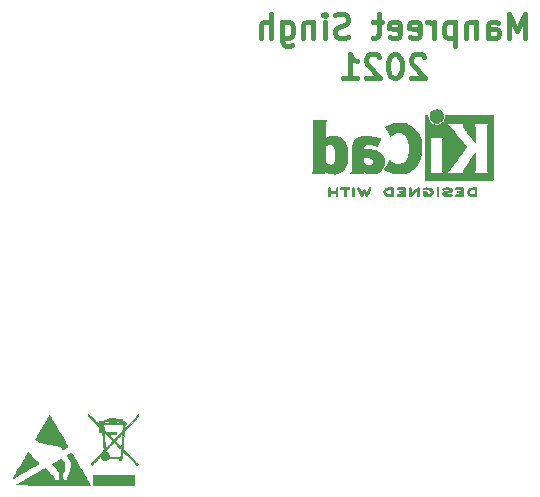
<source format=gbr>
%TF.GenerationSoftware,KiCad,Pcbnew,(5.1.10)-1*%
%TF.CreationDate,2021-10-28T16:28:33-07:00*%
%TF.ProjectId,AtlasPD,41746c61-7350-4442-9e6b-696361645f70,1.0*%
%TF.SameCoordinates,Original*%
%TF.FileFunction,Legend,Bot*%
%TF.FilePolarity,Positive*%
%FSLAX46Y46*%
G04 Gerber Fmt 4.6, Leading zero omitted, Abs format (unit mm)*
G04 Created by KiCad (PCBNEW (5.1.10)-1) date 2021-10-28 16:28:33*
%MOMM*%
%LPD*%
G01*
G04 APERTURE LIST*
%ADD10C,0.400000*%
%ADD11C,0.010000*%
G04 APERTURE END LIST*
D10*
X252376080Y-30078461D02*
X252376080Y-28078461D01*
X251709414Y-29507033D01*
X251042747Y-28078461D01*
X251042747Y-30078461D01*
X249233223Y-30078461D02*
X249233223Y-29030842D01*
X249328461Y-28840366D01*
X249518938Y-28745128D01*
X249899890Y-28745128D01*
X250090366Y-28840366D01*
X249233223Y-29983223D02*
X249423700Y-30078461D01*
X249899890Y-30078461D01*
X250090366Y-29983223D01*
X250185604Y-29792747D01*
X250185604Y-29602271D01*
X250090366Y-29411795D01*
X249899890Y-29316557D01*
X249423700Y-29316557D01*
X249233223Y-29221319D01*
X248280842Y-28745128D02*
X248280842Y-30078461D01*
X248280842Y-28935604D02*
X248185604Y-28840366D01*
X247995128Y-28745128D01*
X247709414Y-28745128D01*
X247518938Y-28840366D01*
X247423700Y-29030842D01*
X247423700Y-30078461D01*
X246471319Y-28745128D02*
X246471319Y-30745128D01*
X246471319Y-28840366D02*
X246280842Y-28745128D01*
X245899890Y-28745128D01*
X245709414Y-28840366D01*
X245614176Y-28935604D01*
X245518938Y-29126080D01*
X245518938Y-29697509D01*
X245614176Y-29887985D01*
X245709414Y-29983223D01*
X245899890Y-30078461D01*
X246280842Y-30078461D01*
X246471319Y-29983223D01*
X244661795Y-30078461D02*
X244661795Y-28745128D01*
X244661795Y-29126080D02*
X244566557Y-28935604D01*
X244471319Y-28840366D01*
X244280842Y-28745128D01*
X244090366Y-28745128D01*
X242661795Y-29983223D02*
X242852271Y-30078461D01*
X243233223Y-30078461D01*
X243423700Y-29983223D01*
X243518938Y-29792747D01*
X243518938Y-29030842D01*
X243423700Y-28840366D01*
X243233223Y-28745128D01*
X242852271Y-28745128D01*
X242661795Y-28840366D01*
X242566557Y-29030842D01*
X242566557Y-29221319D01*
X243518938Y-29411795D01*
X240947509Y-29983223D02*
X241137985Y-30078461D01*
X241518938Y-30078461D01*
X241709414Y-29983223D01*
X241804652Y-29792747D01*
X241804652Y-29030842D01*
X241709414Y-28840366D01*
X241518938Y-28745128D01*
X241137985Y-28745128D01*
X240947509Y-28840366D01*
X240852271Y-29030842D01*
X240852271Y-29221319D01*
X241804652Y-29411795D01*
X240280842Y-28745128D02*
X239518938Y-28745128D01*
X239995128Y-28078461D02*
X239995128Y-29792747D01*
X239899890Y-29983223D01*
X239709414Y-30078461D01*
X239518938Y-30078461D01*
X237423700Y-29983223D02*
X237137985Y-30078461D01*
X236661795Y-30078461D01*
X236471319Y-29983223D01*
X236376080Y-29887985D01*
X236280842Y-29697509D01*
X236280842Y-29507033D01*
X236376080Y-29316557D01*
X236471319Y-29221319D01*
X236661795Y-29126080D01*
X237042747Y-29030842D01*
X237233223Y-28935604D01*
X237328461Y-28840366D01*
X237423700Y-28649890D01*
X237423700Y-28459414D01*
X237328461Y-28268938D01*
X237233223Y-28173700D01*
X237042747Y-28078461D01*
X236566557Y-28078461D01*
X236280842Y-28173700D01*
X235423700Y-30078461D02*
X235423700Y-28745128D01*
X235423700Y-28078461D02*
X235518938Y-28173700D01*
X235423700Y-28268938D01*
X235328461Y-28173700D01*
X235423700Y-28078461D01*
X235423700Y-28268938D01*
X234471319Y-28745128D02*
X234471319Y-30078461D01*
X234471319Y-28935604D02*
X234376080Y-28840366D01*
X234185604Y-28745128D01*
X233899890Y-28745128D01*
X233709414Y-28840366D01*
X233614176Y-29030842D01*
X233614176Y-30078461D01*
X231804652Y-28745128D02*
X231804652Y-30364176D01*
X231899890Y-30554652D01*
X231995128Y-30649890D01*
X232185604Y-30745128D01*
X232471319Y-30745128D01*
X232661795Y-30649890D01*
X231804652Y-29983223D02*
X231995128Y-30078461D01*
X232376080Y-30078461D01*
X232566557Y-29983223D01*
X232661795Y-29887985D01*
X232757033Y-29697509D01*
X232757033Y-29126080D01*
X232661795Y-28935604D01*
X232566557Y-28840366D01*
X232376080Y-28745128D01*
X231995128Y-28745128D01*
X231804652Y-28840366D01*
X230852271Y-30078461D02*
X230852271Y-28078461D01*
X229995128Y-30078461D02*
X229995128Y-29030842D01*
X230090366Y-28840366D01*
X230280842Y-28745128D01*
X230566557Y-28745128D01*
X230757033Y-28840366D01*
X230852271Y-28935604D01*
X243852271Y-31668938D02*
X243757033Y-31573700D01*
X243566557Y-31478461D01*
X243090366Y-31478461D01*
X242899890Y-31573700D01*
X242804652Y-31668938D01*
X242709414Y-31859414D01*
X242709414Y-32049890D01*
X242804652Y-32335604D01*
X243947509Y-33478461D01*
X242709414Y-33478461D01*
X241471319Y-31478461D02*
X241280842Y-31478461D01*
X241090366Y-31573700D01*
X240995128Y-31668938D01*
X240899890Y-31859414D01*
X240804652Y-32240366D01*
X240804652Y-32716557D01*
X240899890Y-33097509D01*
X240995128Y-33287985D01*
X241090366Y-33383223D01*
X241280842Y-33478461D01*
X241471319Y-33478461D01*
X241661795Y-33383223D01*
X241757033Y-33287985D01*
X241852271Y-33097509D01*
X241947509Y-32716557D01*
X241947509Y-32240366D01*
X241852271Y-31859414D01*
X241757033Y-31668938D01*
X241661795Y-31573700D01*
X241471319Y-31478461D01*
X240042747Y-31668938D02*
X239947509Y-31573700D01*
X239757033Y-31478461D01*
X239280842Y-31478461D01*
X239090366Y-31573700D01*
X238995128Y-31668938D01*
X238899890Y-31859414D01*
X238899890Y-32049890D01*
X238995128Y-32335604D01*
X240137985Y-33478461D01*
X238899890Y-33478461D01*
X236995128Y-33478461D02*
X238137985Y-33478461D01*
X237566557Y-33478461D02*
X237566557Y-31478461D01*
X237757033Y-31764176D01*
X237947509Y-31954652D01*
X238137985Y-32049890D01*
D11*
%TO.C,REF\u002A\u002A*%
G36*
X248120863Y-42751258D02*
G01*
X248081381Y-42751659D01*
X247965692Y-42754451D01*
X247868803Y-42762742D01*
X247787411Y-42777424D01*
X247718215Y-42799385D01*
X247657912Y-42829514D01*
X247603200Y-42868702D01*
X247583659Y-42885724D01*
X247551242Y-42925555D01*
X247522012Y-42979605D01*
X247499483Y-43039515D01*
X247487171Y-43096931D01*
X247485892Y-43118148D01*
X247493909Y-43176961D01*
X247515391Y-43241205D01*
X247546491Y-43302013D01*
X247583358Y-43350522D01*
X247589346Y-43356374D01*
X247640071Y-43397513D01*
X247695617Y-43429627D01*
X247759188Y-43453557D01*
X247833986Y-43470145D01*
X247923214Y-43480233D01*
X248030074Y-43484661D01*
X248079020Y-43485037D01*
X248141254Y-43484737D01*
X248185020Y-43483484D01*
X248214423Y-43480746D01*
X248233571Y-43475993D01*
X248246569Y-43468693D01*
X248253537Y-43462459D01*
X248260118Y-43454886D01*
X248265280Y-43445116D01*
X248269195Y-43430532D01*
X248272035Y-43408518D01*
X248273972Y-43376456D01*
X248275176Y-43331728D01*
X248275820Y-43271718D01*
X248276075Y-43193809D01*
X248276114Y-43118148D01*
X248276362Y-43017233D01*
X248276309Y-42936619D01*
X248275349Y-42898014D01*
X248129359Y-42898014D01*
X248129359Y-43338281D01*
X248036226Y-43338196D01*
X247980185Y-43336588D01*
X247921491Y-43332448D01*
X247872520Y-43326656D01*
X247871030Y-43326418D01*
X247791884Y-43307282D01*
X247730494Y-43277479D01*
X247683797Y-43235070D01*
X247654127Y-43189153D01*
X247635845Y-43138218D01*
X247637263Y-43090392D01*
X247658480Y-43039125D01*
X247699981Y-42986091D01*
X247757490Y-42946792D01*
X247832242Y-42920523D01*
X247882200Y-42911227D01*
X247938908Y-42904699D01*
X247999011Y-42899974D01*
X248050131Y-42898009D01*
X248053159Y-42898000D01*
X248129359Y-42898014D01*
X248275349Y-42898014D01*
X248274752Y-42874043D01*
X248270490Y-42827247D01*
X248262322Y-42793970D01*
X248249048Y-42771951D01*
X248229466Y-42758931D01*
X248202375Y-42752649D01*
X248166574Y-42750845D01*
X248120863Y-42751258D01*
G37*
X248120863Y-42751258D02*
X248081381Y-42751659D01*
X247965692Y-42754451D01*
X247868803Y-42762742D01*
X247787411Y-42777424D01*
X247718215Y-42799385D01*
X247657912Y-42829514D01*
X247603200Y-42868702D01*
X247583659Y-42885724D01*
X247551242Y-42925555D01*
X247522012Y-42979605D01*
X247499483Y-43039515D01*
X247487171Y-43096931D01*
X247485892Y-43118148D01*
X247493909Y-43176961D01*
X247515391Y-43241205D01*
X247546491Y-43302013D01*
X247583358Y-43350522D01*
X247589346Y-43356374D01*
X247640071Y-43397513D01*
X247695617Y-43429627D01*
X247759188Y-43453557D01*
X247833986Y-43470145D01*
X247923214Y-43480233D01*
X248030074Y-43484661D01*
X248079020Y-43485037D01*
X248141254Y-43484737D01*
X248185020Y-43483484D01*
X248214423Y-43480746D01*
X248233571Y-43475993D01*
X248246569Y-43468693D01*
X248253537Y-43462459D01*
X248260118Y-43454886D01*
X248265280Y-43445116D01*
X248269195Y-43430532D01*
X248272035Y-43408518D01*
X248273972Y-43376456D01*
X248275176Y-43331728D01*
X248275820Y-43271718D01*
X248276075Y-43193809D01*
X248276114Y-43118148D01*
X248276362Y-43017233D01*
X248276309Y-42936619D01*
X248275349Y-42898014D01*
X248129359Y-42898014D01*
X248129359Y-43338281D01*
X248036226Y-43338196D01*
X247980185Y-43336588D01*
X247921491Y-43332448D01*
X247872520Y-43326656D01*
X247871030Y-43326418D01*
X247791884Y-43307282D01*
X247730494Y-43277479D01*
X247683797Y-43235070D01*
X247654127Y-43189153D01*
X247635845Y-43138218D01*
X247637263Y-43090392D01*
X247658480Y-43039125D01*
X247699981Y-42986091D01*
X247757490Y-42946792D01*
X247832242Y-42920523D01*
X247882200Y-42911227D01*
X247938908Y-42904699D01*
X247999011Y-42899974D01*
X248050131Y-42898009D01*
X248053159Y-42898000D01*
X248129359Y-42898014D01*
X248275349Y-42898014D01*
X248274752Y-42874043D01*
X248270490Y-42827247D01*
X248262322Y-42793970D01*
X248249048Y-42771951D01*
X248229466Y-42758931D01*
X248202375Y-42752649D01*
X248166574Y-42750845D01*
X248120863Y-42751258D01*
G36*
X246712286Y-42751338D02*
G01*
X246642878Y-42751710D01*
X246590489Y-42752577D01*
X246552339Y-42754138D01*
X246525651Y-42756595D01*
X246507645Y-42760149D01*
X246495541Y-42765002D01*
X246486561Y-42771353D01*
X246483310Y-42774276D01*
X246463535Y-42805334D01*
X246459974Y-42841020D01*
X246472983Y-42872702D01*
X246478998Y-42879105D01*
X246488727Y-42885313D01*
X246504393Y-42890102D01*
X246528900Y-42893706D01*
X246565153Y-42896356D01*
X246616057Y-42898287D01*
X246684518Y-42899731D01*
X246747109Y-42900610D01*
X246994826Y-42903659D01*
X246998211Y-42968570D01*
X247001597Y-43033481D01*
X246833450Y-43033481D01*
X246760451Y-43034111D01*
X246707009Y-43036745D01*
X246670120Y-43042501D01*
X246646780Y-43052496D01*
X246633986Y-43067848D01*
X246628734Y-43089674D01*
X246627937Y-43109930D01*
X246630415Y-43134784D01*
X246639769Y-43153098D01*
X246658875Y-43165829D01*
X246690610Y-43173933D01*
X246737851Y-43178368D01*
X246803475Y-43180091D01*
X246839293Y-43180237D01*
X247000470Y-43180237D01*
X247000470Y-43338281D01*
X246752114Y-43338281D01*
X246670705Y-43338394D01*
X246608834Y-43338904D01*
X246563460Y-43340062D01*
X246531546Y-43342122D01*
X246510051Y-43345338D01*
X246495935Y-43349964D01*
X246486160Y-43356251D01*
X246481181Y-43360859D01*
X246464102Y-43387752D01*
X246458603Y-43411659D01*
X246466455Y-43440859D01*
X246481181Y-43462459D01*
X246489038Y-43469258D01*
X246499180Y-43474538D01*
X246514336Y-43478490D01*
X246537233Y-43481305D01*
X246570601Y-43483174D01*
X246617167Y-43484290D01*
X246679659Y-43484843D01*
X246760806Y-43485025D01*
X246802914Y-43485037D01*
X246893090Y-43484957D01*
X246963416Y-43484590D01*
X247016621Y-43483744D01*
X247055432Y-43482228D01*
X247082579Y-43479851D01*
X247100790Y-43476421D01*
X247112792Y-43471746D01*
X247121314Y-43465636D01*
X247124648Y-43462459D01*
X247131247Y-43454862D01*
X247136419Y-43445062D01*
X247140338Y-43430431D01*
X247143176Y-43408344D01*
X247145107Y-43376174D01*
X247146304Y-43331295D01*
X247146940Y-43271081D01*
X247147189Y-43192905D01*
X247147226Y-43120115D01*
X247147192Y-43026899D01*
X247146957Y-42953623D01*
X247146322Y-42897650D01*
X247145086Y-42856343D01*
X247143048Y-42827064D01*
X247140009Y-42807176D01*
X247135769Y-42794042D01*
X247130127Y-42785024D01*
X247122883Y-42777485D01*
X247121098Y-42775804D01*
X247112437Y-42768364D01*
X247102374Y-42762601D01*
X247088117Y-42758304D01*
X247066875Y-42755256D01*
X247035856Y-42753243D01*
X246992269Y-42752052D01*
X246933323Y-42751467D01*
X246856226Y-42751275D01*
X246801493Y-42751259D01*
X246712286Y-42751338D01*
G37*
X246712286Y-42751338D02*
X246642878Y-42751710D01*
X246590489Y-42752577D01*
X246552339Y-42754138D01*
X246525651Y-42756595D01*
X246507645Y-42760149D01*
X246495541Y-42765002D01*
X246486561Y-42771353D01*
X246483310Y-42774276D01*
X246463535Y-42805334D01*
X246459974Y-42841020D01*
X246472983Y-42872702D01*
X246478998Y-42879105D01*
X246488727Y-42885313D01*
X246504393Y-42890102D01*
X246528900Y-42893706D01*
X246565153Y-42896356D01*
X246616057Y-42898287D01*
X246684518Y-42899731D01*
X246747109Y-42900610D01*
X246994826Y-42903659D01*
X246998211Y-42968570D01*
X247001597Y-43033481D01*
X246833450Y-43033481D01*
X246760451Y-43034111D01*
X246707009Y-43036745D01*
X246670120Y-43042501D01*
X246646780Y-43052496D01*
X246633986Y-43067848D01*
X246628734Y-43089674D01*
X246627937Y-43109930D01*
X246630415Y-43134784D01*
X246639769Y-43153098D01*
X246658875Y-43165829D01*
X246690610Y-43173933D01*
X246737851Y-43178368D01*
X246803475Y-43180091D01*
X246839293Y-43180237D01*
X247000470Y-43180237D01*
X247000470Y-43338281D01*
X246752114Y-43338281D01*
X246670705Y-43338394D01*
X246608834Y-43338904D01*
X246563460Y-43340062D01*
X246531546Y-43342122D01*
X246510051Y-43345338D01*
X246495935Y-43349964D01*
X246486160Y-43356251D01*
X246481181Y-43360859D01*
X246464102Y-43387752D01*
X246458603Y-43411659D01*
X246466455Y-43440859D01*
X246481181Y-43462459D01*
X246489038Y-43469258D01*
X246499180Y-43474538D01*
X246514336Y-43478490D01*
X246537233Y-43481305D01*
X246570601Y-43483174D01*
X246617167Y-43484290D01*
X246679659Y-43484843D01*
X246760806Y-43485025D01*
X246802914Y-43485037D01*
X246893090Y-43484957D01*
X246963416Y-43484590D01*
X247016621Y-43483744D01*
X247055432Y-43482228D01*
X247082579Y-43479851D01*
X247100790Y-43476421D01*
X247112792Y-43471746D01*
X247121314Y-43465636D01*
X247124648Y-43462459D01*
X247131247Y-43454862D01*
X247136419Y-43445062D01*
X247140338Y-43430431D01*
X247143176Y-43408344D01*
X247145107Y-43376174D01*
X247146304Y-43331295D01*
X247146940Y-43271081D01*
X247147189Y-43192905D01*
X247147226Y-43120115D01*
X247147192Y-43026899D01*
X247146957Y-42953623D01*
X247146322Y-42897650D01*
X247145086Y-42856343D01*
X247143048Y-42827064D01*
X247140009Y-42807176D01*
X247135769Y-42794042D01*
X247130127Y-42785024D01*
X247122883Y-42777485D01*
X247121098Y-42775804D01*
X247112437Y-42768364D01*
X247102374Y-42762601D01*
X247088117Y-42758304D01*
X247066875Y-42755256D01*
X247035856Y-42753243D01*
X246992269Y-42752052D01*
X246933323Y-42751467D01*
X246856226Y-42751275D01*
X246801493Y-42751259D01*
X246712286Y-42751338D01*
G36*
X245691195Y-42752543D02*
G01*
X245616380Y-42757773D01*
X245546798Y-42765942D01*
X245486494Y-42776742D01*
X245439512Y-42789865D01*
X245409898Y-42805005D01*
X245405352Y-42809461D01*
X245389546Y-42844042D01*
X245394339Y-42879543D01*
X245418856Y-42909917D01*
X245420026Y-42910788D01*
X245434446Y-42920146D01*
X245449500Y-42925068D01*
X245470497Y-42925665D01*
X245502749Y-42922053D01*
X245551565Y-42914346D01*
X245555492Y-42913697D01*
X245628231Y-42904761D01*
X245706709Y-42900353D01*
X245785419Y-42900311D01*
X245858853Y-42904471D01*
X245921503Y-42912671D01*
X245967862Y-42924749D01*
X245970908Y-42925963D01*
X246004540Y-42944807D01*
X246016356Y-42963877D01*
X246007106Y-42982631D01*
X245977539Y-43000529D01*
X245928403Y-43017029D01*
X245860449Y-43031588D01*
X245815137Y-43038598D01*
X245720948Y-43052081D01*
X245646036Y-43064406D01*
X245587209Y-43076641D01*
X245541277Y-43089853D01*
X245505047Y-43105109D01*
X245475330Y-43123477D01*
X245448934Y-43146023D01*
X245427722Y-43168163D01*
X245402557Y-43199011D01*
X245390173Y-43225537D01*
X245386300Y-43258218D01*
X245386159Y-43270187D01*
X245389068Y-43309904D01*
X245400694Y-43339451D01*
X245420815Y-43365678D01*
X245461708Y-43405768D01*
X245507309Y-43436341D01*
X245561005Y-43458395D01*
X245626184Y-43472927D01*
X245706236Y-43480933D01*
X245804549Y-43483410D01*
X245820781Y-43483369D01*
X245886341Y-43482010D01*
X245951358Y-43478922D01*
X246008744Y-43474548D01*
X246051414Y-43469332D01*
X246054864Y-43468733D01*
X246097288Y-43458683D01*
X246133272Y-43445988D01*
X246153642Y-43434382D01*
X246172599Y-43403764D01*
X246173919Y-43368110D01*
X246157577Y-43336336D01*
X246153921Y-43332743D01*
X246138807Y-43322068D01*
X246119907Y-43317468D01*
X246090654Y-43318251D01*
X246055143Y-43322319D01*
X246015462Y-43325954D01*
X245959837Y-43329020D01*
X245894898Y-43331245D01*
X245827277Y-43332356D01*
X245809492Y-43332429D01*
X245741620Y-43332156D01*
X245691946Y-43330838D01*
X245656102Y-43328019D01*
X245629716Y-43323242D01*
X245608418Y-43316049D01*
X245595618Y-43310059D01*
X245567492Y-43293425D01*
X245549560Y-43278360D01*
X245546939Y-43274089D01*
X245552468Y-43256455D01*
X245578752Y-43239384D01*
X245623970Y-43223650D01*
X245686300Y-43210030D01*
X245704663Y-43206996D01*
X245800582Y-43191930D01*
X245877133Y-43179338D01*
X245937272Y-43168303D01*
X245983952Y-43157912D01*
X246020129Y-43147248D01*
X246048757Y-43135397D01*
X246072790Y-43121443D01*
X246095184Y-43104473D01*
X246118894Y-43083570D01*
X246126872Y-43076241D01*
X246154845Y-43048891D01*
X246169652Y-43027221D01*
X246175444Y-43002424D01*
X246176381Y-42971175D01*
X246166067Y-42909897D01*
X246135244Y-42857832D01*
X246084087Y-42815150D01*
X246012775Y-42782017D01*
X245961892Y-42767156D01*
X245906592Y-42757558D01*
X245840345Y-42752128D01*
X245767198Y-42750559D01*
X245691195Y-42752543D01*
G37*
X245691195Y-42752543D02*
X245616380Y-42757773D01*
X245546798Y-42765942D01*
X245486494Y-42776742D01*
X245439512Y-42789865D01*
X245409898Y-42805005D01*
X245405352Y-42809461D01*
X245389546Y-42844042D01*
X245394339Y-42879543D01*
X245418856Y-42909917D01*
X245420026Y-42910788D01*
X245434446Y-42920146D01*
X245449500Y-42925068D01*
X245470497Y-42925665D01*
X245502749Y-42922053D01*
X245551565Y-42914346D01*
X245555492Y-42913697D01*
X245628231Y-42904761D01*
X245706709Y-42900353D01*
X245785419Y-42900311D01*
X245858853Y-42904471D01*
X245921503Y-42912671D01*
X245967862Y-42924749D01*
X245970908Y-42925963D01*
X246004540Y-42944807D01*
X246016356Y-42963877D01*
X246007106Y-42982631D01*
X245977539Y-43000529D01*
X245928403Y-43017029D01*
X245860449Y-43031588D01*
X245815137Y-43038598D01*
X245720948Y-43052081D01*
X245646036Y-43064406D01*
X245587209Y-43076641D01*
X245541277Y-43089853D01*
X245505047Y-43105109D01*
X245475330Y-43123477D01*
X245448934Y-43146023D01*
X245427722Y-43168163D01*
X245402557Y-43199011D01*
X245390173Y-43225537D01*
X245386300Y-43258218D01*
X245386159Y-43270187D01*
X245389068Y-43309904D01*
X245400694Y-43339451D01*
X245420815Y-43365678D01*
X245461708Y-43405768D01*
X245507309Y-43436341D01*
X245561005Y-43458395D01*
X245626184Y-43472927D01*
X245706236Y-43480933D01*
X245804549Y-43483410D01*
X245820781Y-43483369D01*
X245886341Y-43482010D01*
X245951358Y-43478922D01*
X246008744Y-43474548D01*
X246051414Y-43469332D01*
X246054864Y-43468733D01*
X246097288Y-43458683D01*
X246133272Y-43445988D01*
X246153642Y-43434382D01*
X246172599Y-43403764D01*
X246173919Y-43368110D01*
X246157577Y-43336336D01*
X246153921Y-43332743D01*
X246138807Y-43322068D01*
X246119907Y-43317468D01*
X246090654Y-43318251D01*
X246055143Y-43322319D01*
X246015462Y-43325954D01*
X245959837Y-43329020D01*
X245894898Y-43331245D01*
X245827277Y-43332356D01*
X245809492Y-43332429D01*
X245741620Y-43332156D01*
X245691946Y-43330838D01*
X245656102Y-43328019D01*
X245629716Y-43323242D01*
X245608418Y-43316049D01*
X245595618Y-43310059D01*
X245567492Y-43293425D01*
X245549560Y-43278360D01*
X245546939Y-43274089D01*
X245552468Y-43256455D01*
X245578752Y-43239384D01*
X245623970Y-43223650D01*
X245686300Y-43210030D01*
X245704663Y-43206996D01*
X245800582Y-43191930D01*
X245877133Y-43179338D01*
X245937272Y-43168303D01*
X245983952Y-43157912D01*
X246020129Y-43147248D01*
X246048757Y-43135397D01*
X246072790Y-43121443D01*
X246095184Y-43104473D01*
X246118894Y-43083570D01*
X246126872Y-43076241D01*
X246154845Y-43048891D01*
X246169652Y-43027221D01*
X246175444Y-43002424D01*
X246176381Y-42971175D01*
X246166067Y-42909897D01*
X246135244Y-42857832D01*
X246084087Y-42815150D01*
X246012775Y-42782017D01*
X245961892Y-42767156D01*
X245906592Y-42757558D01*
X245840345Y-42752128D01*
X245767198Y-42750559D01*
X245691195Y-42752543D01*
G36*
X244923314Y-42773837D02*
G01*
X244916734Y-42781410D01*
X244911571Y-42791179D01*
X244907656Y-42805763D01*
X244904816Y-42827777D01*
X244902879Y-42859840D01*
X244901675Y-42904567D01*
X244901031Y-42964577D01*
X244900776Y-43042486D01*
X244900737Y-43118148D01*
X244900806Y-43211994D01*
X244901130Y-43285881D01*
X244901878Y-43342424D01*
X244903224Y-43384241D01*
X244905338Y-43413949D01*
X244908392Y-43434165D01*
X244912558Y-43447506D01*
X244918008Y-43456590D01*
X244923314Y-43462459D01*
X244956318Y-43482139D01*
X244991483Y-43480373D01*
X245022947Y-43458909D01*
X245030176Y-43450529D01*
X245035826Y-43440806D01*
X245040091Y-43427053D01*
X245043165Y-43406581D01*
X245045244Y-43376704D01*
X245046522Y-43334733D01*
X245047193Y-43277981D01*
X245047451Y-43203759D01*
X245047492Y-43119729D01*
X245047492Y-42806677D01*
X245019783Y-42778968D01*
X244985629Y-42755655D01*
X244952498Y-42754815D01*
X244923314Y-42773837D01*
G37*
X244923314Y-42773837D02*
X244916734Y-42781410D01*
X244911571Y-42791179D01*
X244907656Y-42805763D01*
X244904816Y-42827777D01*
X244902879Y-42859840D01*
X244901675Y-42904567D01*
X244901031Y-42964577D01*
X244900776Y-43042486D01*
X244900737Y-43118148D01*
X244900806Y-43211994D01*
X244901130Y-43285881D01*
X244901878Y-43342424D01*
X244903224Y-43384241D01*
X244905338Y-43413949D01*
X244908392Y-43434165D01*
X244912558Y-43447506D01*
X244918008Y-43456590D01*
X244923314Y-43462459D01*
X244956318Y-43482139D01*
X244991483Y-43480373D01*
X245022947Y-43458909D01*
X245030176Y-43450529D01*
X245035826Y-43440806D01*
X245040091Y-43427053D01*
X245043165Y-43406581D01*
X245045244Y-43376704D01*
X245046522Y-43334733D01*
X245047193Y-43277981D01*
X245047451Y-43203759D01*
X245047492Y-43119729D01*
X245047492Y-42806677D01*
X245019783Y-42778968D01*
X244985629Y-42755655D01*
X244952498Y-42754815D01*
X244923314Y-42773837D01*
G36*
X243949573Y-42756791D02*
G01*
X243881057Y-42768287D01*
X243828435Y-42786159D01*
X243794200Y-42809691D01*
X243784871Y-42823116D01*
X243775385Y-42854340D01*
X243781769Y-42882587D01*
X243801922Y-42909374D01*
X243833237Y-42921905D01*
X243878675Y-42920888D01*
X243913818Y-42914098D01*
X243991911Y-42901163D01*
X244071718Y-42899934D01*
X244161047Y-42910433D01*
X244185721Y-42914882D01*
X244268783Y-42938300D01*
X244333765Y-42973137D01*
X244379953Y-43018796D01*
X244406637Y-43074686D01*
X244412155Y-43103580D01*
X244408543Y-43162204D01*
X244385221Y-43214071D01*
X244344316Y-43258170D01*
X244287951Y-43293491D01*
X244218252Y-43319021D01*
X244137344Y-43333751D01*
X244047352Y-43336670D01*
X243950402Y-43326767D01*
X243944928Y-43325833D01*
X243906367Y-43318651D01*
X243884986Y-43311713D01*
X243875719Y-43301419D01*
X243873498Y-43284168D01*
X243873448Y-43275033D01*
X243873448Y-43236681D01*
X243941923Y-43236681D01*
X244002392Y-43232539D01*
X244043657Y-43219339D01*
X244067667Y-43195922D01*
X244076369Y-43161128D01*
X244076475Y-43156586D01*
X244071384Y-43126846D01*
X244053925Y-43105611D01*
X244021431Y-43091558D01*
X243971235Y-43083365D01*
X243922615Y-43080353D01*
X243851948Y-43078625D01*
X243800690Y-43081262D01*
X243765731Y-43090992D01*
X243743962Y-43110545D01*
X243732272Y-43142648D01*
X243727552Y-43190030D01*
X243726692Y-43252263D01*
X243728101Y-43321727D01*
X243732340Y-43368978D01*
X243739428Y-43394204D01*
X243740803Y-43396180D01*
X243779720Y-43427700D01*
X243836778Y-43452662D01*
X243908361Y-43470532D01*
X243990850Y-43480778D01*
X244080631Y-43482865D01*
X244174084Y-43476260D01*
X244229048Y-43468148D01*
X244315258Y-43443746D01*
X244395384Y-43403854D01*
X244462469Y-43352079D01*
X244472665Y-43341731D01*
X244505794Y-43298227D01*
X244535686Y-43244310D01*
X244558849Y-43187784D01*
X244571790Y-43136451D01*
X244573350Y-43116736D01*
X244566710Y-43075611D01*
X244549060Y-43024444D01*
X244523789Y-42970586D01*
X244494281Y-42921387D01*
X244468211Y-42888526D01*
X244407257Y-42839644D01*
X244328461Y-42800737D01*
X244234649Y-42772686D01*
X244128642Y-42756371D01*
X244031492Y-42752384D01*
X243949573Y-42756791D01*
G37*
X243949573Y-42756791D02*
X243881057Y-42768287D01*
X243828435Y-42786159D01*
X243794200Y-42809691D01*
X243784871Y-42823116D01*
X243775385Y-42854340D01*
X243781769Y-42882587D01*
X243801922Y-42909374D01*
X243833237Y-42921905D01*
X243878675Y-42920888D01*
X243913818Y-42914098D01*
X243991911Y-42901163D01*
X244071718Y-42899934D01*
X244161047Y-42910433D01*
X244185721Y-42914882D01*
X244268783Y-42938300D01*
X244333765Y-42973137D01*
X244379953Y-43018796D01*
X244406637Y-43074686D01*
X244412155Y-43103580D01*
X244408543Y-43162204D01*
X244385221Y-43214071D01*
X244344316Y-43258170D01*
X244287951Y-43293491D01*
X244218252Y-43319021D01*
X244137344Y-43333751D01*
X244047352Y-43336670D01*
X243950402Y-43326767D01*
X243944928Y-43325833D01*
X243906367Y-43318651D01*
X243884986Y-43311713D01*
X243875719Y-43301419D01*
X243873498Y-43284168D01*
X243873448Y-43275033D01*
X243873448Y-43236681D01*
X243941923Y-43236681D01*
X244002392Y-43232539D01*
X244043657Y-43219339D01*
X244067667Y-43195922D01*
X244076369Y-43161128D01*
X244076475Y-43156586D01*
X244071384Y-43126846D01*
X244053925Y-43105611D01*
X244021431Y-43091558D01*
X243971235Y-43083365D01*
X243922615Y-43080353D01*
X243851948Y-43078625D01*
X243800690Y-43081262D01*
X243765731Y-43090992D01*
X243743962Y-43110545D01*
X243732272Y-43142648D01*
X243727552Y-43190030D01*
X243726692Y-43252263D01*
X243728101Y-43321727D01*
X243732340Y-43368978D01*
X243739428Y-43394204D01*
X243740803Y-43396180D01*
X243779720Y-43427700D01*
X243836778Y-43452662D01*
X243908361Y-43470532D01*
X243990850Y-43480778D01*
X244080631Y-43482865D01*
X244174084Y-43476260D01*
X244229048Y-43468148D01*
X244315258Y-43443746D01*
X244395384Y-43403854D01*
X244462469Y-43352079D01*
X244472665Y-43341731D01*
X244505794Y-43298227D01*
X244535686Y-43244310D01*
X244558849Y-43187784D01*
X244571790Y-43136451D01*
X244573350Y-43116736D01*
X244566710Y-43075611D01*
X244549060Y-43024444D01*
X244523789Y-42970586D01*
X244494281Y-42921387D01*
X244468211Y-42888526D01*
X244407257Y-42839644D01*
X244328461Y-42800737D01*
X244234649Y-42772686D01*
X244128642Y-42756371D01*
X244031492Y-42752384D01*
X243949573Y-42756791D01*
G36*
X243299606Y-42755640D02*
G01*
X243276040Y-42769465D01*
X243245227Y-42792073D01*
X243205570Y-42824530D01*
X243155472Y-42867900D01*
X243093335Y-42923250D01*
X243017564Y-42991643D01*
X242930826Y-43070276D01*
X242750203Y-43234070D01*
X242744559Y-43014221D01*
X242742521Y-42938543D01*
X242740555Y-42882186D01*
X242738226Y-42841898D01*
X242735098Y-42814427D01*
X242730737Y-42796521D01*
X242724708Y-42784929D01*
X242716576Y-42776400D01*
X242712264Y-42772815D01*
X242677733Y-42753862D01*
X242644875Y-42756633D01*
X242618810Y-42772825D01*
X242592159Y-42794391D01*
X242588844Y-43109343D01*
X242587927Y-43201971D01*
X242587460Y-43274736D01*
X242587605Y-43330353D01*
X242588524Y-43371534D01*
X242590379Y-43400995D01*
X242593331Y-43421447D01*
X242597542Y-43435605D01*
X242603174Y-43446183D01*
X242609419Y-43454666D01*
X242622931Y-43470399D01*
X242636375Y-43480828D01*
X242651616Y-43484831D01*
X242670518Y-43481286D01*
X242694947Y-43469071D01*
X242726765Y-43447063D01*
X242767840Y-43414141D01*
X242820034Y-43369183D01*
X242885214Y-43311067D01*
X242959048Y-43244291D01*
X243224337Y-43003650D01*
X243229981Y-43222781D01*
X243232023Y-43298320D01*
X243233994Y-43354546D01*
X243236331Y-43394716D01*
X243239473Y-43422088D01*
X243243856Y-43439920D01*
X243249916Y-43451471D01*
X243258092Y-43459999D01*
X243262276Y-43463474D01*
X243299257Y-43482564D01*
X243334200Y-43479685D01*
X243364628Y-43455292D01*
X243371589Y-43445478D01*
X243377015Y-43434018D01*
X243381095Y-43418160D01*
X243384021Y-43395155D01*
X243385984Y-43362254D01*
X243387175Y-43316708D01*
X243387784Y-43255765D01*
X243388003Y-43176678D01*
X243388026Y-43118148D01*
X243387952Y-43026599D01*
X243387605Y-42954879D01*
X243386793Y-42900237D01*
X243385325Y-42859924D01*
X243383011Y-42831190D01*
X243379659Y-42811285D01*
X243375080Y-42797460D01*
X243369081Y-42786964D01*
X243364628Y-42781003D01*
X243353342Y-42766883D01*
X243342793Y-42756221D01*
X243331385Y-42750084D01*
X243317522Y-42749535D01*
X243299606Y-42755640D01*
G37*
X243299606Y-42755640D02*
X243276040Y-42769465D01*
X243245227Y-42792073D01*
X243205570Y-42824530D01*
X243155472Y-42867900D01*
X243093335Y-42923250D01*
X243017564Y-42991643D01*
X242930826Y-43070276D01*
X242750203Y-43234070D01*
X242744559Y-43014221D01*
X242742521Y-42938543D01*
X242740555Y-42882186D01*
X242738226Y-42841898D01*
X242735098Y-42814427D01*
X242730737Y-42796521D01*
X242724708Y-42784929D01*
X242716576Y-42776400D01*
X242712264Y-42772815D01*
X242677733Y-42753862D01*
X242644875Y-42756633D01*
X242618810Y-42772825D01*
X242592159Y-42794391D01*
X242588844Y-43109343D01*
X242587927Y-43201971D01*
X242587460Y-43274736D01*
X242587605Y-43330353D01*
X242588524Y-43371534D01*
X242590379Y-43400995D01*
X242593331Y-43421447D01*
X242597542Y-43435605D01*
X242603174Y-43446183D01*
X242609419Y-43454666D01*
X242622931Y-43470399D01*
X242636375Y-43480828D01*
X242651616Y-43484831D01*
X242670518Y-43481286D01*
X242694947Y-43469071D01*
X242726765Y-43447063D01*
X242767840Y-43414141D01*
X242820034Y-43369183D01*
X242885214Y-43311067D01*
X242959048Y-43244291D01*
X243224337Y-43003650D01*
X243229981Y-43222781D01*
X243232023Y-43298320D01*
X243233994Y-43354546D01*
X243236331Y-43394716D01*
X243239473Y-43422088D01*
X243243856Y-43439920D01*
X243249916Y-43451471D01*
X243258092Y-43459999D01*
X243262276Y-43463474D01*
X243299257Y-43482564D01*
X243334200Y-43479685D01*
X243364628Y-43455292D01*
X243371589Y-43445478D01*
X243377015Y-43434018D01*
X243381095Y-43418160D01*
X243384021Y-43395155D01*
X243385984Y-43362254D01*
X243387175Y-43316708D01*
X243387784Y-43255765D01*
X243388003Y-43176678D01*
X243388026Y-43118148D01*
X243387952Y-43026599D01*
X243387605Y-42954879D01*
X243386793Y-42900237D01*
X243385325Y-42859924D01*
X243383011Y-42831190D01*
X243379659Y-42811285D01*
X243375080Y-42797460D01*
X243369081Y-42786964D01*
X243364628Y-42781003D01*
X243353342Y-42766883D01*
X243342793Y-42756221D01*
X243331385Y-42750084D01*
X243317522Y-42749535D01*
X243299606Y-42755640D01*
G36*
X241769149Y-42751452D02*
G01*
X241692791Y-42752366D01*
X241634275Y-42754503D01*
X241591237Y-42758367D01*
X241561309Y-42764459D01*
X241542124Y-42773282D01*
X241531316Y-42785338D01*
X241526519Y-42801131D01*
X241525365Y-42821162D01*
X241525359Y-42823527D01*
X241526361Y-42846184D01*
X241531096Y-42863695D01*
X241542159Y-42876766D01*
X241562144Y-42886105D01*
X241593646Y-42892419D01*
X241639260Y-42896414D01*
X241701579Y-42898798D01*
X241783199Y-42900278D01*
X241808215Y-42900606D01*
X242050292Y-42903659D01*
X242053678Y-42968570D01*
X242057063Y-43033481D01*
X241888916Y-43033481D01*
X241823226Y-43033723D01*
X241776320Y-43034748D01*
X241744409Y-43037003D01*
X241723701Y-43040934D01*
X241710408Y-43046990D01*
X241700737Y-43055616D01*
X241700675Y-43055685D01*
X241683136Y-43089304D01*
X241683770Y-43125640D01*
X241702178Y-43156615D01*
X241705821Y-43159799D01*
X241718751Y-43168004D01*
X241736468Y-43173713D01*
X241762922Y-43177354D01*
X241802060Y-43179359D01*
X241857830Y-43180156D01*
X241893498Y-43180237D01*
X242055937Y-43180237D01*
X242055937Y-43338281D01*
X241809331Y-43338281D01*
X241727912Y-43338423D01*
X241666082Y-43339006D01*
X241620855Y-43340260D01*
X241589244Y-43342419D01*
X241568261Y-43345715D01*
X241554919Y-43350381D01*
X241546231Y-43356649D01*
X241544042Y-43358925D01*
X241527878Y-43390472D01*
X241526695Y-43426360D01*
X241539956Y-43457477D01*
X241550449Y-43467463D01*
X241561363Y-43472961D01*
X241578275Y-43477214D01*
X241603859Y-43480372D01*
X241640791Y-43482584D01*
X241691746Y-43483998D01*
X241759398Y-43484764D01*
X241846423Y-43485030D01*
X241866098Y-43485037D01*
X241954581Y-43484979D01*
X242023265Y-43484659D01*
X242074928Y-43483859D01*
X242112347Y-43482359D01*
X242138302Y-43479941D01*
X242155570Y-43476386D01*
X242166930Y-43471474D01*
X242175160Y-43464987D01*
X242179675Y-43460330D01*
X242186471Y-43452081D01*
X242191780Y-43441861D01*
X242195786Y-43426992D01*
X242198671Y-43404794D01*
X242200618Y-43372585D01*
X242201811Y-43327688D01*
X242202431Y-43267420D01*
X242202663Y-43189103D01*
X242202692Y-43123186D01*
X242202621Y-43030820D01*
X242202284Y-42958309D01*
X242201494Y-42902929D01*
X242200066Y-42861957D01*
X242197813Y-42832670D01*
X242194549Y-42812345D01*
X242190088Y-42798258D01*
X242184244Y-42787687D01*
X242179295Y-42781003D01*
X242155898Y-42751259D01*
X241865718Y-42751259D01*
X241769149Y-42751452D01*
G37*
X241769149Y-42751452D02*
X241692791Y-42752366D01*
X241634275Y-42754503D01*
X241591237Y-42758367D01*
X241561309Y-42764459D01*
X241542124Y-42773282D01*
X241531316Y-42785338D01*
X241526519Y-42801131D01*
X241525365Y-42821162D01*
X241525359Y-42823527D01*
X241526361Y-42846184D01*
X241531096Y-42863695D01*
X241542159Y-42876766D01*
X241562144Y-42886105D01*
X241593646Y-42892419D01*
X241639260Y-42896414D01*
X241701579Y-42898798D01*
X241783199Y-42900278D01*
X241808215Y-42900606D01*
X242050292Y-42903659D01*
X242053678Y-42968570D01*
X242057063Y-43033481D01*
X241888916Y-43033481D01*
X241823226Y-43033723D01*
X241776320Y-43034748D01*
X241744409Y-43037003D01*
X241723701Y-43040934D01*
X241710408Y-43046990D01*
X241700737Y-43055616D01*
X241700675Y-43055685D01*
X241683136Y-43089304D01*
X241683770Y-43125640D01*
X241702178Y-43156615D01*
X241705821Y-43159799D01*
X241718751Y-43168004D01*
X241736468Y-43173713D01*
X241762922Y-43177354D01*
X241802060Y-43179359D01*
X241857830Y-43180156D01*
X241893498Y-43180237D01*
X242055937Y-43180237D01*
X242055937Y-43338281D01*
X241809331Y-43338281D01*
X241727912Y-43338423D01*
X241666082Y-43339006D01*
X241620855Y-43340260D01*
X241589244Y-43342419D01*
X241568261Y-43345715D01*
X241554919Y-43350381D01*
X241546231Y-43356649D01*
X241544042Y-43358925D01*
X241527878Y-43390472D01*
X241526695Y-43426360D01*
X241539956Y-43457477D01*
X241550449Y-43467463D01*
X241561363Y-43472961D01*
X241578275Y-43477214D01*
X241603859Y-43480372D01*
X241640791Y-43482584D01*
X241691746Y-43483998D01*
X241759398Y-43484764D01*
X241846423Y-43485030D01*
X241866098Y-43485037D01*
X241954581Y-43484979D01*
X242023265Y-43484659D01*
X242074928Y-43483859D01*
X242112347Y-43482359D01*
X242138302Y-43479941D01*
X242155570Y-43476386D01*
X242166930Y-43471474D01*
X242175160Y-43464987D01*
X242179675Y-43460330D01*
X242186471Y-43452081D01*
X242191780Y-43441861D01*
X242195786Y-43426992D01*
X242198671Y-43404794D01*
X242200618Y-43372585D01*
X242201811Y-43327688D01*
X242202431Y-43267420D01*
X242202663Y-43189103D01*
X242202692Y-43123186D01*
X242202621Y-43030820D01*
X242202284Y-42958309D01*
X242201494Y-42902929D01*
X242200066Y-42861957D01*
X242197813Y-42832670D01*
X242194549Y-42812345D01*
X242190088Y-42798258D01*
X242184244Y-42787687D01*
X242179295Y-42781003D01*
X242155898Y-42751259D01*
X241865718Y-42751259D01*
X241769149Y-42751452D01*
G36*
X240981183Y-42751467D02*
G01*
X240852204Y-42755828D01*
X240742501Y-42769053D01*
X240650266Y-42791933D01*
X240573690Y-42825262D01*
X240510965Y-42869830D01*
X240460280Y-42926428D01*
X240419829Y-42995850D01*
X240419033Y-42997543D01*
X240394891Y-43059675D01*
X240386289Y-43114701D01*
X240393261Y-43170079D01*
X240415838Y-43233265D01*
X240420120Y-43242881D01*
X240449320Y-43299158D01*
X240482136Y-43342643D01*
X240524490Y-43379609D01*
X240582302Y-43416327D01*
X240585661Y-43418244D01*
X240635988Y-43442419D01*
X240692871Y-43460474D01*
X240759965Y-43473031D01*
X240840927Y-43480714D01*
X240939410Y-43484145D01*
X240974206Y-43484443D01*
X241139898Y-43485037D01*
X241163295Y-43455292D01*
X241170235Y-43445511D01*
X241175650Y-43434089D01*
X241179727Y-43418287D01*
X241182655Y-43395367D01*
X241184625Y-43362588D01*
X241185267Y-43338281D01*
X241028648Y-43338281D01*
X240934766Y-43338281D01*
X240879828Y-43336675D01*
X240823432Y-43332447D01*
X240777147Y-43326484D01*
X240774353Y-43325982D01*
X240692144Y-43303928D01*
X240628378Y-43270792D01*
X240581040Y-43225039D01*
X240548110Y-43165131D01*
X240542384Y-43149253D01*
X240536771Y-43124525D01*
X240539201Y-43100094D01*
X240551025Y-43067592D01*
X240558152Y-43051626D01*
X240581492Y-43009198D01*
X240609612Y-42979432D01*
X240640552Y-42958703D01*
X240702526Y-42931729D01*
X240781841Y-42912190D01*
X240874239Y-42900938D01*
X240941159Y-42898462D01*
X241028648Y-42898014D01*
X241028648Y-43338281D01*
X241185267Y-43338281D01*
X241185824Y-43317213D01*
X241186442Y-43256503D01*
X241186667Y-43177718D01*
X241186692Y-43116112D01*
X241186692Y-42806677D01*
X241158983Y-42778968D01*
X241146686Y-42767736D01*
X241133389Y-42760045D01*
X241114820Y-42755232D01*
X241086706Y-42752638D01*
X241044775Y-42751602D01*
X240984755Y-42751462D01*
X240981183Y-42751467D01*
G37*
X240981183Y-42751467D02*
X240852204Y-42755828D01*
X240742501Y-42769053D01*
X240650266Y-42791933D01*
X240573690Y-42825262D01*
X240510965Y-42869830D01*
X240460280Y-42926428D01*
X240419829Y-42995850D01*
X240419033Y-42997543D01*
X240394891Y-43059675D01*
X240386289Y-43114701D01*
X240393261Y-43170079D01*
X240415838Y-43233265D01*
X240420120Y-43242881D01*
X240449320Y-43299158D01*
X240482136Y-43342643D01*
X240524490Y-43379609D01*
X240582302Y-43416327D01*
X240585661Y-43418244D01*
X240635988Y-43442419D01*
X240692871Y-43460474D01*
X240759965Y-43473031D01*
X240840927Y-43480714D01*
X240939410Y-43484145D01*
X240974206Y-43484443D01*
X241139898Y-43485037D01*
X241163295Y-43455292D01*
X241170235Y-43445511D01*
X241175650Y-43434089D01*
X241179727Y-43418287D01*
X241182655Y-43395367D01*
X241184625Y-43362588D01*
X241185267Y-43338281D01*
X241028648Y-43338281D01*
X240934766Y-43338281D01*
X240879828Y-43336675D01*
X240823432Y-43332447D01*
X240777147Y-43326484D01*
X240774353Y-43325982D01*
X240692144Y-43303928D01*
X240628378Y-43270792D01*
X240581040Y-43225039D01*
X240548110Y-43165131D01*
X240542384Y-43149253D01*
X240536771Y-43124525D01*
X240539201Y-43100094D01*
X240551025Y-43067592D01*
X240558152Y-43051626D01*
X240581492Y-43009198D01*
X240609612Y-42979432D01*
X240640552Y-42958703D01*
X240702526Y-42931729D01*
X240781841Y-42912190D01*
X240874239Y-42900938D01*
X240941159Y-42898462D01*
X241028648Y-42898014D01*
X241028648Y-43338281D01*
X241185267Y-43338281D01*
X241185824Y-43317213D01*
X241186442Y-43256503D01*
X241186667Y-43177718D01*
X241186692Y-43116112D01*
X241186692Y-42806677D01*
X241158983Y-42778968D01*
X241146686Y-42767736D01*
X241133389Y-42760045D01*
X241114820Y-42755232D01*
X241086706Y-42752638D01*
X241044775Y-42751602D01*
X240984755Y-42751462D01*
X240981183Y-42751467D01*
G36*
X238254827Y-42753226D02*
G01*
X238235237Y-42760227D01*
X238234482Y-42760569D01*
X238207879Y-42780870D01*
X238193222Y-42801753D01*
X238190354Y-42811544D01*
X238190496Y-42824553D01*
X238194531Y-42843087D01*
X238203346Y-42869449D01*
X238217823Y-42905944D01*
X238238847Y-42954879D01*
X238267304Y-43018557D01*
X238304077Y-43099285D01*
X238324317Y-43143408D01*
X238360867Y-43222177D01*
X238395177Y-43294615D01*
X238425940Y-43358072D01*
X238451844Y-43409900D01*
X238471582Y-43447451D01*
X238483842Y-43468076D01*
X238486268Y-43470925D01*
X238517309Y-43483494D01*
X238552371Y-43481811D01*
X238580492Y-43466524D01*
X238581638Y-43465281D01*
X238592824Y-43448346D01*
X238611588Y-43415362D01*
X238635617Y-43370572D01*
X238662595Y-43318224D01*
X238672291Y-43298934D01*
X238745478Y-43152342D01*
X238825252Y-43311585D01*
X238853725Y-43366607D01*
X238880142Y-43414324D01*
X238902344Y-43451085D01*
X238918173Y-43473236D01*
X238923538Y-43477933D01*
X238965235Y-43484294D01*
X238999643Y-43470925D01*
X239009764Y-43456638D01*
X239027278Y-43424884D01*
X239050757Y-43378789D01*
X239078772Y-43321477D01*
X239109893Y-43256072D01*
X239142693Y-43185699D01*
X239175742Y-43113483D01*
X239207611Y-43042547D01*
X239236873Y-42976017D01*
X239262097Y-42917018D01*
X239281856Y-42868673D01*
X239294720Y-42834107D01*
X239299261Y-42816445D01*
X239299215Y-42815805D01*
X239288166Y-42793580D01*
X239266082Y-42770945D01*
X239264782Y-42769960D01*
X239237639Y-42754617D01*
X239212534Y-42754766D01*
X239203124Y-42757658D01*
X239191658Y-42763910D01*
X239179482Y-42776206D01*
X239165135Y-42797100D01*
X239147156Y-42829141D01*
X239124085Y-42874880D01*
X239094462Y-42936869D01*
X239067747Y-42994090D01*
X239037012Y-43060418D01*
X239009471Y-43120066D01*
X238986554Y-43169917D01*
X238969694Y-43206856D01*
X238960319Y-43227765D01*
X238958952Y-43231037D01*
X238952803Y-43225689D01*
X238938670Y-43203301D01*
X238918435Y-43167138D01*
X238893977Y-43120469D01*
X238884244Y-43101214D01*
X238851275Y-43036196D01*
X238825849Y-42988846D01*
X238805880Y-42956411D01*
X238789282Y-42936138D01*
X238773968Y-42925274D01*
X238757852Y-42921067D01*
X238747349Y-42920592D01*
X238728822Y-42922234D01*
X238712588Y-42929023D01*
X238696457Y-42943758D01*
X238678241Y-42969236D01*
X238655753Y-43008253D01*
X238626803Y-43063606D01*
X238610830Y-43095095D01*
X238584922Y-43145279D01*
X238562325Y-43186896D01*
X238545034Y-43216434D01*
X238535042Y-43230381D01*
X238533683Y-43230962D01*
X238527231Y-43219985D01*
X238512784Y-43191482D01*
X238491789Y-43148436D01*
X238465695Y-43093830D01*
X238435946Y-43030646D01*
X238421312Y-42999263D01*
X238383242Y-42918270D01*
X238352587Y-42855948D01*
X238327755Y-42810263D01*
X238307155Y-42779181D01*
X238289194Y-42760670D01*
X238272282Y-42752696D01*
X238254827Y-42753226D01*
G37*
X238254827Y-42753226D02*
X238235237Y-42760227D01*
X238234482Y-42760569D01*
X238207879Y-42780870D01*
X238193222Y-42801753D01*
X238190354Y-42811544D01*
X238190496Y-42824553D01*
X238194531Y-42843087D01*
X238203346Y-42869449D01*
X238217823Y-42905944D01*
X238238847Y-42954879D01*
X238267304Y-43018557D01*
X238304077Y-43099285D01*
X238324317Y-43143408D01*
X238360867Y-43222177D01*
X238395177Y-43294615D01*
X238425940Y-43358072D01*
X238451844Y-43409900D01*
X238471582Y-43447451D01*
X238483842Y-43468076D01*
X238486268Y-43470925D01*
X238517309Y-43483494D01*
X238552371Y-43481811D01*
X238580492Y-43466524D01*
X238581638Y-43465281D01*
X238592824Y-43448346D01*
X238611588Y-43415362D01*
X238635617Y-43370572D01*
X238662595Y-43318224D01*
X238672291Y-43298934D01*
X238745478Y-43152342D01*
X238825252Y-43311585D01*
X238853725Y-43366607D01*
X238880142Y-43414324D01*
X238902344Y-43451085D01*
X238918173Y-43473236D01*
X238923538Y-43477933D01*
X238965235Y-43484294D01*
X238999643Y-43470925D01*
X239009764Y-43456638D01*
X239027278Y-43424884D01*
X239050757Y-43378789D01*
X239078772Y-43321477D01*
X239109893Y-43256072D01*
X239142693Y-43185699D01*
X239175742Y-43113483D01*
X239207611Y-43042547D01*
X239236873Y-42976017D01*
X239262097Y-42917018D01*
X239281856Y-42868673D01*
X239294720Y-42834107D01*
X239299261Y-42816445D01*
X239299215Y-42815805D01*
X239288166Y-42793580D01*
X239266082Y-42770945D01*
X239264782Y-42769960D01*
X239237639Y-42754617D01*
X239212534Y-42754766D01*
X239203124Y-42757658D01*
X239191658Y-42763910D01*
X239179482Y-42776206D01*
X239165135Y-42797100D01*
X239147156Y-42829141D01*
X239124085Y-42874880D01*
X239094462Y-42936869D01*
X239067747Y-42994090D01*
X239037012Y-43060418D01*
X239009471Y-43120066D01*
X238986554Y-43169917D01*
X238969694Y-43206856D01*
X238960319Y-43227765D01*
X238958952Y-43231037D01*
X238952803Y-43225689D01*
X238938670Y-43203301D01*
X238918435Y-43167138D01*
X238893977Y-43120469D01*
X238884244Y-43101214D01*
X238851275Y-43036196D01*
X238825849Y-42988846D01*
X238805880Y-42956411D01*
X238789282Y-42936138D01*
X238773968Y-42925274D01*
X238757852Y-42921067D01*
X238747349Y-42920592D01*
X238728822Y-42922234D01*
X238712588Y-42929023D01*
X238696457Y-42943758D01*
X238678241Y-42969236D01*
X238655753Y-43008253D01*
X238626803Y-43063606D01*
X238610830Y-43095095D01*
X238584922Y-43145279D01*
X238562325Y-43186896D01*
X238545034Y-43216434D01*
X238535042Y-43230381D01*
X238533683Y-43230962D01*
X238527231Y-43219985D01*
X238512784Y-43191482D01*
X238491789Y-43148436D01*
X238465695Y-43093830D01*
X238435946Y-43030646D01*
X238421312Y-42999263D01*
X238383242Y-42918270D01*
X238352587Y-42855948D01*
X238327755Y-42810263D01*
X238307155Y-42779181D01*
X238289194Y-42760670D01*
X238272282Y-42752696D01*
X238254827Y-42753226D01*
G36*
X237810878Y-42758069D02*
G01*
X237787165Y-42772839D01*
X237760514Y-42794419D01*
X237760514Y-43115965D01*
X237760599Y-43210022D01*
X237760963Y-43284124D01*
X237761768Y-43340896D01*
X237763179Y-43382960D01*
X237765359Y-43412940D01*
X237768471Y-43433459D01*
X237772678Y-43447141D01*
X237778144Y-43456608D01*
X237782020Y-43461274D01*
X237813458Y-43481767D01*
X237849259Y-43480931D01*
X237880619Y-43463456D01*
X237907270Y-43441876D01*
X237907270Y-42794419D01*
X237880619Y-42772839D01*
X237854898Y-42757141D01*
X237833892Y-42751259D01*
X237810878Y-42758069D01*
G37*
X237810878Y-42758069D02*
X237787165Y-42772839D01*
X237760514Y-42794419D01*
X237760514Y-43115965D01*
X237760599Y-43210022D01*
X237760963Y-43284124D01*
X237761768Y-43340896D01*
X237763179Y-43382960D01*
X237765359Y-43412940D01*
X237768471Y-43433459D01*
X237772678Y-43447141D01*
X237778144Y-43456608D01*
X237782020Y-43461274D01*
X237813458Y-43481767D01*
X237849259Y-43480931D01*
X237880619Y-43463456D01*
X237907270Y-43441876D01*
X237907270Y-42794419D01*
X237880619Y-42772839D01*
X237854898Y-42757141D01*
X237833892Y-42751259D01*
X237810878Y-42758069D01*
G36*
X237036427Y-42751355D02*
G01*
X236957720Y-42751734D01*
X236896629Y-42752525D01*
X236850675Y-42753862D01*
X236817378Y-42755875D01*
X236794256Y-42758698D01*
X236778830Y-42762461D01*
X236768621Y-42767297D01*
X236763679Y-42771014D01*
X236738035Y-42803550D01*
X236734933Y-42837330D01*
X236750781Y-42868018D01*
X236761144Y-42880281D01*
X236772296Y-42888642D01*
X236788457Y-42893849D01*
X236813850Y-42896649D01*
X236852694Y-42897788D01*
X236909212Y-42898013D01*
X236920312Y-42898014D01*
X237066248Y-42898014D01*
X237066248Y-43168948D01*
X237066344Y-43254346D01*
X237066781Y-43320056D01*
X237067780Y-43368966D01*
X237069564Y-43403965D01*
X237072355Y-43427941D01*
X237076375Y-43443785D01*
X237081847Y-43454383D01*
X237088826Y-43462459D01*
X237121758Y-43482304D01*
X237156138Y-43480740D01*
X237187316Y-43458098D01*
X237189606Y-43455292D01*
X237197063Y-43444684D01*
X237202745Y-43432273D01*
X237206891Y-43415042D01*
X237209742Y-43389976D01*
X237211538Y-43354059D01*
X237212520Y-43304275D01*
X237212928Y-43237609D01*
X237213003Y-43161781D01*
X237213003Y-42898014D01*
X237352365Y-42898014D01*
X237412170Y-42897610D01*
X237453574Y-42896032D01*
X237480744Y-42892739D01*
X237497846Y-42887184D01*
X237509049Y-42878823D01*
X237510409Y-42877370D01*
X237526767Y-42844131D01*
X237525320Y-42806554D01*
X237506514Y-42773837D01*
X237499242Y-42767490D01*
X237489865Y-42762458D01*
X237475883Y-42758588D01*
X237454796Y-42755729D01*
X237424103Y-42753727D01*
X237381303Y-42752431D01*
X237323897Y-42751690D01*
X237249382Y-42751350D01*
X237155259Y-42751260D01*
X237135232Y-42751259D01*
X237036427Y-42751355D01*
G37*
X237036427Y-42751355D02*
X236957720Y-42751734D01*
X236896629Y-42752525D01*
X236850675Y-42753862D01*
X236817378Y-42755875D01*
X236794256Y-42758698D01*
X236778830Y-42762461D01*
X236768621Y-42767297D01*
X236763679Y-42771014D01*
X236738035Y-42803550D01*
X236734933Y-42837330D01*
X236750781Y-42868018D01*
X236761144Y-42880281D01*
X236772296Y-42888642D01*
X236788457Y-42893849D01*
X236813850Y-42896649D01*
X236852694Y-42897788D01*
X236909212Y-42898013D01*
X236920312Y-42898014D01*
X237066248Y-42898014D01*
X237066248Y-43168948D01*
X237066344Y-43254346D01*
X237066781Y-43320056D01*
X237067780Y-43368966D01*
X237069564Y-43403965D01*
X237072355Y-43427941D01*
X237076375Y-43443785D01*
X237081847Y-43454383D01*
X237088826Y-43462459D01*
X237121758Y-43482304D01*
X237156138Y-43480740D01*
X237187316Y-43458098D01*
X237189606Y-43455292D01*
X237197063Y-43444684D01*
X237202745Y-43432273D01*
X237206891Y-43415042D01*
X237209742Y-43389976D01*
X237211538Y-43354059D01*
X237212520Y-43304275D01*
X237212928Y-43237609D01*
X237213003Y-43161781D01*
X237213003Y-42898014D01*
X237352365Y-42898014D01*
X237412170Y-42897610D01*
X237453574Y-42896032D01*
X237480744Y-42892739D01*
X237497846Y-42887184D01*
X237509049Y-42878823D01*
X237510409Y-42877370D01*
X237526767Y-42844131D01*
X237525320Y-42806554D01*
X237506514Y-42773837D01*
X237499242Y-42767490D01*
X237489865Y-42762458D01*
X237475883Y-42758588D01*
X237454796Y-42755729D01*
X237424103Y-42753727D01*
X237381303Y-42752431D01*
X237323897Y-42751690D01*
X237249382Y-42751350D01*
X237155259Y-42751260D01*
X237135232Y-42751259D01*
X237036427Y-42751355D01*
G36*
X235770669Y-42756725D02*
G01*
X235739290Y-42778968D01*
X235711581Y-42806677D01*
X235711581Y-43116112D01*
X235711654Y-43207991D01*
X235711997Y-43280032D01*
X235712800Y-43334972D01*
X235714251Y-43375552D01*
X235716540Y-43404509D01*
X235719856Y-43424583D01*
X235724387Y-43438513D01*
X235730323Y-43449037D01*
X235734978Y-43455292D01*
X235765709Y-43479865D01*
X235800996Y-43482533D01*
X235833247Y-43467463D01*
X235843904Y-43458566D01*
X235851028Y-43446749D01*
X235855325Y-43427718D01*
X235857501Y-43397184D01*
X235858264Y-43350854D01*
X235858337Y-43315063D01*
X235858337Y-43180237D01*
X236355048Y-43180237D01*
X236355048Y-43302892D01*
X236355561Y-43358979D01*
X236357616Y-43397525D01*
X236361984Y-43423553D01*
X236369436Y-43442089D01*
X236378445Y-43455292D01*
X236409348Y-43479796D01*
X236444296Y-43482698D01*
X236477754Y-43465281D01*
X236486888Y-43456151D01*
X236493340Y-43444047D01*
X236497595Y-43425193D01*
X236500140Y-43395812D01*
X236501463Y-43352129D01*
X236502049Y-43290367D01*
X236502117Y-43276192D01*
X236502601Y-43159823D01*
X236502851Y-43063919D01*
X236502769Y-42986369D01*
X236502261Y-42925061D01*
X236501230Y-42877882D01*
X236499579Y-42842722D01*
X236497213Y-42817468D01*
X236494035Y-42800009D01*
X236489948Y-42788233D01*
X236484858Y-42780027D01*
X236479226Y-42773837D01*
X236447364Y-42754036D01*
X236414135Y-42756725D01*
X236382757Y-42778968D01*
X236370059Y-42793318D01*
X236361966Y-42809170D01*
X236357450Y-42831746D01*
X236355486Y-42866270D01*
X236355048Y-42917968D01*
X236355048Y-43033481D01*
X235858337Y-43033481D01*
X235858337Y-42914948D01*
X235857830Y-42860340D01*
X235855794Y-42823467D01*
X235851457Y-42799499D01*
X235844045Y-42783607D01*
X235835759Y-42773837D01*
X235803898Y-42754036D01*
X235770669Y-42756725D01*
G37*
X235770669Y-42756725D02*
X235739290Y-42778968D01*
X235711581Y-42806677D01*
X235711581Y-43116112D01*
X235711654Y-43207991D01*
X235711997Y-43280032D01*
X235712800Y-43334972D01*
X235714251Y-43375552D01*
X235716540Y-43404509D01*
X235719856Y-43424583D01*
X235724387Y-43438513D01*
X235730323Y-43449037D01*
X235734978Y-43455292D01*
X235765709Y-43479865D01*
X235800996Y-43482533D01*
X235833247Y-43467463D01*
X235843904Y-43458566D01*
X235851028Y-43446749D01*
X235855325Y-43427718D01*
X235857501Y-43397184D01*
X235858264Y-43350854D01*
X235858337Y-43315063D01*
X235858337Y-43180237D01*
X236355048Y-43180237D01*
X236355048Y-43302892D01*
X236355561Y-43358979D01*
X236357616Y-43397525D01*
X236361984Y-43423553D01*
X236369436Y-43442089D01*
X236378445Y-43455292D01*
X236409348Y-43479796D01*
X236444296Y-43482698D01*
X236477754Y-43465281D01*
X236486888Y-43456151D01*
X236493340Y-43444047D01*
X236497595Y-43425193D01*
X236500140Y-43395812D01*
X236501463Y-43352129D01*
X236502049Y-43290367D01*
X236502117Y-43276192D01*
X236502601Y-43159823D01*
X236502851Y-43063919D01*
X236502769Y-42986369D01*
X236502261Y-42925061D01*
X236501230Y-42877882D01*
X236499579Y-42842722D01*
X236497213Y-42817468D01*
X236494035Y-42800009D01*
X236489948Y-42788233D01*
X236484858Y-42780027D01*
X236479226Y-42773837D01*
X236447364Y-42754036D01*
X236414135Y-42756725D01*
X236382757Y-42778968D01*
X236370059Y-42793318D01*
X236361966Y-42809170D01*
X236357450Y-42831746D01*
X236355486Y-42866270D01*
X236355048Y-42917968D01*
X236355048Y-43033481D01*
X235858337Y-43033481D01*
X235858337Y-42914948D01*
X235857830Y-42860340D01*
X235855794Y-42823467D01*
X235851457Y-42799499D01*
X235844045Y-42783607D01*
X235835759Y-42773837D01*
X235803898Y-42754036D01*
X235770669Y-42756725D01*
G36*
X244737279Y-36152490D02*
G01*
X244634173Y-36188238D01*
X244538178Y-36244507D01*
X244452447Y-36321288D01*
X244380130Y-36418573D01*
X244347645Y-36479892D01*
X244319532Y-36565660D01*
X244305905Y-36664677D01*
X244307414Y-36766471D01*
X244324169Y-36858714D01*
X244369963Y-36971432D01*
X244436368Y-37069207D01*
X244520009Y-37150115D01*
X244617512Y-37212232D01*
X244725500Y-37253634D01*
X244840599Y-37272397D01*
X244959434Y-37266598D01*
X245018011Y-37254206D01*
X245132172Y-37209797D01*
X245233565Y-37142033D01*
X245319745Y-37053001D01*
X245388266Y-36944791D01*
X245394064Y-36932973D01*
X245414104Y-36888628D01*
X245426687Y-36851280D01*
X245433519Y-36811880D01*
X245436305Y-36761381D01*
X245436768Y-36706433D01*
X245436003Y-36640415D01*
X245432552Y-36592689D01*
X245424677Y-36554103D01*
X245410643Y-36515506D01*
X245393320Y-36477426D01*
X245328705Y-36369328D01*
X245249134Y-36281803D01*
X245157760Y-36214841D01*
X245057736Y-36168436D01*
X244952212Y-36142581D01*
X244844342Y-36137268D01*
X244737279Y-36152490D01*
G37*
X244737279Y-36152490D02*
X244634173Y-36188238D01*
X244538178Y-36244507D01*
X244452447Y-36321288D01*
X244380130Y-36418573D01*
X244347645Y-36479892D01*
X244319532Y-36565660D01*
X244305905Y-36664677D01*
X244307414Y-36766471D01*
X244324169Y-36858714D01*
X244369963Y-36971432D01*
X244436368Y-37069207D01*
X244520009Y-37150115D01*
X244617512Y-37212232D01*
X244725500Y-37253634D01*
X244840599Y-37272397D01*
X244959434Y-37266598D01*
X245018011Y-37254206D01*
X245132172Y-37209797D01*
X245233565Y-37142033D01*
X245319745Y-37053001D01*
X245388266Y-36944791D01*
X245394064Y-36932973D01*
X245414104Y-36888628D01*
X245426687Y-36851280D01*
X245433519Y-36811880D01*
X245436305Y-36761381D01*
X245436768Y-36706433D01*
X245436003Y-36640415D01*
X245432552Y-36592689D01*
X245424677Y-36554103D01*
X245410643Y-36515506D01*
X245393320Y-36477426D01*
X245328705Y-36369328D01*
X245249134Y-36281803D01*
X245157760Y-36214841D01*
X245057736Y-36168436D01*
X244952212Y-36142581D01*
X244844342Y-36137268D01*
X244737279Y-36152490D01*
G36*
X235168930Y-37072825D02*
G01*
X235052159Y-37073304D01*
X235012471Y-37073545D01*
X234466714Y-37077135D01*
X234459849Y-39170919D01*
X234458942Y-39454842D01*
X234458138Y-39712640D01*
X234457385Y-39945646D01*
X234456631Y-40155194D01*
X234455825Y-40342618D01*
X234454915Y-40509250D01*
X234453849Y-40656425D01*
X234452576Y-40785477D01*
X234451044Y-40897739D01*
X234449202Y-40994544D01*
X234446997Y-41077226D01*
X234444378Y-41147119D01*
X234441294Y-41205557D01*
X234437692Y-41253872D01*
X234433522Y-41293400D01*
X234428731Y-41325473D01*
X234423269Y-41351424D01*
X234417082Y-41372589D01*
X234410120Y-41390299D01*
X234402331Y-41405889D01*
X234393663Y-41420693D01*
X234384065Y-41436044D01*
X234373485Y-41453276D01*
X234371316Y-41456946D01*
X234334932Y-41519031D01*
X234860769Y-41515434D01*
X235386606Y-41511838D01*
X235393471Y-41396331D01*
X235397208Y-41340899D01*
X235401103Y-41308851D01*
X235406389Y-41296135D01*
X235414297Y-41298696D01*
X235420930Y-41306024D01*
X235449826Y-41332714D01*
X235496921Y-41367021D01*
X235555580Y-41404846D01*
X235619169Y-41442090D01*
X235681051Y-41474653D01*
X235728566Y-41496077D01*
X235839884Y-41531283D01*
X235967604Y-41556222D01*
X236102299Y-41569941D01*
X236234537Y-41571486D01*
X236354892Y-41559906D01*
X236356874Y-41559574D01*
X236521559Y-41518250D01*
X236675721Y-41452412D01*
X236817872Y-41363474D01*
X236946525Y-41252852D01*
X237060193Y-41121961D01*
X237157390Y-40972216D01*
X237236628Y-40805033D01*
X237279770Y-40681190D01*
X237308221Y-40577581D01*
X237329320Y-40477252D01*
X237343712Y-40374109D01*
X237352042Y-40262057D01*
X237354955Y-40135001D01*
X237353665Y-40031252D01*
X236340550Y-40031252D01*
X236335756Y-40205222D01*
X236320632Y-40354895D01*
X236294715Y-40481597D01*
X236257537Y-40586658D01*
X236208635Y-40671406D01*
X236147542Y-40737169D01*
X236077023Y-40783659D01*
X236040329Y-40801014D01*
X236008504Y-40811419D01*
X235973023Y-40816179D01*
X235925359Y-40816601D01*
X235874011Y-40814748D01*
X235773031Y-40805841D01*
X235693165Y-40788398D01*
X235668065Y-40779661D01*
X235610752Y-40753857D01*
X235550303Y-40721453D01*
X235523903Y-40705233D01*
X235455254Y-40660205D01*
X235455254Y-39232982D01*
X235530768Y-39187718D01*
X235636079Y-39136572D01*
X235743675Y-39106324D01*
X235849619Y-39096795D01*
X235949976Y-39107807D01*
X236040813Y-39139181D01*
X236118193Y-39190740D01*
X236143161Y-39215488D01*
X236203344Y-39296577D01*
X236252055Y-39394734D01*
X236289701Y-39511643D01*
X236316688Y-39648985D01*
X236333425Y-39808444D01*
X236340317Y-39991700D01*
X236340550Y-40031252D01*
X237353665Y-40031252D01*
X237353127Y-39988067D01*
X237341553Y-39762053D01*
X237318280Y-39558192D01*
X237282696Y-39373513D01*
X237234187Y-39205048D01*
X237172140Y-39049826D01*
X237149999Y-39003808D01*
X237060815Y-38853739D01*
X236953041Y-38720377D01*
X236829210Y-38605877D01*
X236691858Y-38512389D01*
X236543517Y-38442068D01*
X236454596Y-38413060D01*
X236367267Y-38395840D01*
X236262189Y-38385594D01*
X236148171Y-38382318D01*
X236034023Y-38386009D01*
X235928552Y-38396660D01*
X235843866Y-38413370D01*
X235743072Y-38446140D01*
X235645378Y-38488279D01*
X235559904Y-38535519D01*
X235514411Y-38567581D01*
X235483031Y-38591422D01*
X235461058Y-38605939D01*
X235456059Y-38608000D01*
X235454510Y-38594718D01*
X235453065Y-38556663D01*
X235451757Y-38496519D01*
X235450617Y-38416973D01*
X235449679Y-38320711D01*
X235448974Y-38210419D01*
X235448533Y-38088781D01*
X235448389Y-37964885D01*
X235448470Y-37806196D01*
X235448865Y-37672408D01*
X235449805Y-37560960D01*
X235451520Y-37469295D01*
X235454243Y-37394853D01*
X235458203Y-37335075D01*
X235463631Y-37287402D01*
X235470759Y-37249274D01*
X235479816Y-37218134D01*
X235491033Y-37191421D01*
X235504642Y-37166577D01*
X235520872Y-37141043D01*
X235522960Y-37137881D01*
X235543894Y-37104810D01*
X235556533Y-37082069D01*
X235558227Y-37077272D01*
X235544984Y-37075759D01*
X235507198Y-37074528D01*
X235447784Y-37073599D01*
X235369658Y-37072992D01*
X235275735Y-37072727D01*
X235168930Y-37072825D01*
G37*
X235168930Y-37072825D02*
X235052159Y-37073304D01*
X235012471Y-37073545D01*
X234466714Y-37077135D01*
X234459849Y-39170919D01*
X234458942Y-39454842D01*
X234458138Y-39712640D01*
X234457385Y-39945646D01*
X234456631Y-40155194D01*
X234455825Y-40342618D01*
X234454915Y-40509250D01*
X234453849Y-40656425D01*
X234452576Y-40785477D01*
X234451044Y-40897739D01*
X234449202Y-40994544D01*
X234446997Y-41077226D01*
X234444378Y-41147119D01*
X234441294Y-41205557D01*
X234437692Y-41253872D01*
X234433522Y-41293400D01*
X234428731Y-41325473D01*
X234423269Y-41351424D01*
X234417082Y-41372589D01*
X234410120Y-41390299D01*
X234402331Y-41405889D01*
X234393663Y-41420693D01*
X234384065Y-41436044D01*
X234373485Y-41453276D01*
X234371316Y-41456946D01*
X234334932Y-41519031D01*
X234860769Y-41515434D01*
X235386606Y-41511838D01*
X235393471Y-41396331D01*
X235397208Y-41340899D01*
X235401103Y-41308851D01*
X235406389Y-41296135D01*
X235414297Y-41298696D01*
X235420930Y-41306024D01*
X235449826Y-41332714D01*
X235496921Y-41367021D01*
X235555580Y-41404846D01*
X235619169Y-41442090D01*
X235681051Y-41474653D01*
X235728566Y-41496077D01*
X235839884Y-41531283D01*
X235967604Y-41556222D01*
X236102299Y-41569941D01*
X236234537Y-41571486D01*
X236354892Y-41559906D01*
X236356874Y-41559574D01*
X236521559Y-41518250D01*
X236675721Y-41452412D01*
X236817872Y-41363474D01*
X236946525Y-41252852D01*
X237060193Y-41121961D01*
X237157390Y-40972216D01*
X237236628Y-40805033D01*
X237279770Y-40681190D01*
X237308221Y-40577581D01*
X237329320Y-40477252D01*
X237343712Y-40374109D01*
X237352042Y-40262057D01*
X237354955Y-40135001D01*
X237353665Y-40031252D01*
X236340550Y-40031252D01*
X236335756Y-40205222D01*
X236320632Y-40354895D01*
X236294715Y-40481597D01*
X236257537Y-40586658D01*
X236208635Y-40671406D01*
X236147542Y-40737169D01*
X236077023Y-40783659D01*
X236040329Y-40801014D01*
X236008504Y-40811419D01*
X235973023Y-40816179D01*
X235925359Y-40816601D01*
X235874011Y-40814748D01*
X235773031Y-40805841D01*
X235693165Y-40788398D01*
X235668065Y-40779661D01*
X235610752Y-40753857D01*
X235550303Y-40721453D01*
X235523903Y-40705233D01*
X235455254Y-40660205D01*
X235455254Y-39232982D01*
X235530768Y-39187718D01*
X235636079Y-39136572D01*
X235743675Y-39106324D01*
X235849619Y-39096795D01*
X235949976Y-39107807D01*
X236040813Y-39139181D01*
X236118193Y-39190740D01*
X236143161Y-39215488D01*
X236203344Y-39296577D01*
X236252055Y-39394734D01*
X236289701Y-39511643D01*
X236316688Y-39648985D01*
X236333425Y-39808444D01*
X236340317Y-39991700D01*
X236340550Y-40031252D01*
X237353665Y-40031252D01*
X237353127Y-39988067D01*
X237341553Y-39762053D01*
X237318280Y-39558192D01*
X237282696Y-39373513D01*
X237234187Y-39205048D01*
X237172140Y-39049826D01*
X237149999Y-39003808D01*
X237060815Y-38853739D01*
X236953041Y-38720377D01*
X236829210Y-38605877D01*
X236691858Y-38512389D01*
X236543517Y-38442068D01*
X236454596Y-38413060D01*
X236367267Y-38395840D01*
X236262189Y-38385594D01*
X236148171Y-38382318D01*
X236034023Y-38386009D01*
X235928552Y-38396660D01*
X235843866Y-38413370D01*
X235743072Y-38446140D01*
X235645378Y-38488279D01*
X235559904Y-38535519D01*
X235514411Y-38567581D01*
X235483031Y-38591422D01*
X235461058Y-38605939D01*
X235456059Y-38608000D01*
X235454510Y-38594718D01*
X235453065Y-38556663D01*
X235451757Y-38496519D01*
X235450617Y-38416973D01*
X235449679Y-38320711D01*
X235448974Y-38210419D01*
X235448533Y-38088781D01*
X235448389Y-37964885D01*
X235448470Y-37806196D01*
X235448865Y-37672408D01*
X235449805Y-37560960D01*
X235451520Y-37469295D01*
X235454243Y-37394853D01*
X235458203Y-37335075D01*
X235463631Y-37287402D01*
X235470759Y-37249274D01*
X235479816Y-37218134D01*
X235491033Y-37191421D01*
X235504642Y-37166577D01*
X235520872Y-37141043D01*
X235522960Y-37137881D01*
X235543894Y-37104810D01*
X235556533Y-37082069D01*
X235558227Y-37077272D01*
X235544984Y-37075759D01*
X235507198Y-37074528D01*
X235447784Y-37073599D01*
X235369658Y-37072992D01*
X235275735Y-37072727D01*
X235168930Y-37072825D01*
G36*
X238843695Y-38380229D02*
G01*
X238775669Y-38385378D01*
X238581037Y-38411273D01*
X238408671Y-38452575D01*
X238257730Y-38509853D01*
X238127375Y-38583674D01*
X238016766Y-38674608D01*
X237925065Y-38783222D01*
X237851430Y-38910085D01*
X237797661Y-39047352D01*
X237784013Y-39091137D01*
X237772127Y-39132141D01*
X237761866Y-39172569D01*
X237753087Y-39214630D01*
X237745652Y-39260531D01*
X237739420Y-39312480D01*
X237734250Y-39372685D01*
X237730004Y-39443352D01*
X237726540Y-39526689D01*
X237723719Y-39624905D01*
X237721400Y-39740205D01*
X237719443Y-39874799D01*
X237717709Y-40030893D01*
X237716057Y-40210695D01*
X237714876Y-40351676D01*
X237706930Y-41319622D01*
X237655444Y-41412770D01*
X237631063Y-41457645D01*
X237612920Y-41492501D01*
X237604265Y-41511054D01*
X237603957Y-41512311D01*
X237617186Y-41513749D01*
X237654874Y-41515074D01*
X237714017Y-41516249D01*
X237791614Y-41517237D01*
X237884664Y-41517999D01*
X237990165Y-41518500D01*
X238105116Y-41518701D01*
X238118822Y-41518703D01*
X238633687Y-41518703D01*
X238633687Y-41402000D01*
X238634565Y-41349260D01*
X238636908Y-41308926D01*
X238640279Y-41287300D01*
X238641769Y-41285298D01*
X238655396Y-41293683D01*
X238683443Y-41315692D01*
X238719897Y-41346601D01*
X238720715Y-41347316D01*
X238787238Y-41396843D01*
X238871252Y-41446575D01*
X238963263Y-41491626D01*
X239053779Y-41527110D01*
X239093633Y-41539236D01*
X239172945Y-41554637D01*
X239270265Y-41564465D01*
X239376684Y-41568580D01*
X239483293Y-41566841D01*
X239581183Y-41559108D01*
X239649687Y-41547981D01*
X239817680Y-41498648D01*
X239968919Y-41428342D01*
X240102418Y-41337933D01*
X240217194Y-41228295D01*
X240312263Y-41100299D01*
X240386640Y-40954818D01*
X240418726Y-40866541D01*
X240438835Y-40780739D01*
X240452162Y-40677736D01*
X240458328Y-40567034D01*
X240458126Y-40550925D01*
X239529552Y-40550925D01*
X239521852Y-40633184D01*
X239496211Y-40701546D01*
X239448822Y-40764970D01*
X239430621Y-40783567D01*
X239365918Y-40833846D01*
X239291134Y-40866056D01*
X239201538Y-40881648D01*
X239107188Y-40882796D01*
X239017699Y-40875216D01*
X238949182Y-40860389D01*
X238919425Y-40849253D01*
X238865792Y-40818904D01*
X238808965Y-40776221D01*
X238757118Y-40728317D01*
X238718422Y-40682301D01*
X238708146Y-40665421D01*
X238700158Y-40641782D01*
X238694479Y-40604168D01*
X238690844Y-40548985D01*
X238688989Y-40472640D01*
X238688606Y-40399981D01*
X238688865Y-40315270D01*
X238689913Y-40254018D01*
X238692155Y-40212227D01*
X238695994Y-40185899D01*
X238701835Y-40171035D01*
X238710082Y-40163639D01*
X238712633Y-40162461D01*
X238734800Y-40158833D01*
X238778520Y-40155866D01*
X238837889Y-40153827D01*
X238907004Y-40152983D01*
X238922011Y-40152982D01*
X239014395Y-40154457D01*
X239085768Y-40158842D01*
X239142481Y-40166738D01*
X239189328Y-40178270D01*
X239305531Y-40222215D01*
X239396657Y-40276243D01*
X239463495Y-40341219D01*
X239506835Y-40418005D01*
X239527466Y-40507467D01*
X239529552Y-40550925D01*
X240458126Y-40550925D01*
X240456956Y-40458133D01*
X240447668Y-40360536D01*
X240440423Y-40321105D01*
X240394161Y-40174701D01*
X240323816Y-40039995D01*
X240230716Y-39918280D01*
X240116188Y-39810847D01*
X239981560Y-39718988D01*
X239828160Y-39643996D01*
X239697741Y-39598458D01*
X239610577Y-39574533D01*
X239527204Y-39555943D01*
X239442224Y-39542084D01*
X239350235Y-39532351D01*
X239245838Y-39526141D01*
X239123632Y-39522851D01*
X239013145Y-39521924D01*
X238685523Y-39521027D01*
X238691799Y-39422547D01*
X238709621Y-39315695D01*
X238747533Y-39223852D01*
X238803920Y-39149310D01*
X238877169Y-39094364D01*
X238941665Y-39067552D01*
X239034077Y-39050654D01*
X239144089Y-39048227D01*
X239266544Y-39059378D01*
X239396286Y-39083210D01*
X239528158Y-39118830D01*
X239657002Y-39165343D01*
X239750634Y-39207883D01*
X239795683Y-39229728D01*
X239830044Y-39244984D01*
X239847519Y-39250937D01*
X239848467Y-39250746D01*
X239854497Y-39237412D01*
X239869555Y-39202068D01*
X239892223Y-39148101D01*
X239921085Y-39078896D01*
X239954723Y-38997840D01*
X239988916Y-38915118D01*
X240125614Y-38583803D01*
X240028380Y-38567833D01*
X239986236Y-38559820D01*
X239922881Y-38546361D01*
X239843743Y-38528679D01*
X239754249Y-38507996D01*
X239659827Y-38485532D01*
X239622227Y-38476403D01*
X239459563Y-38438674D01*
X239317150Y-38410388D01*
X239189673Y-38390972D01*
X239071816Y-38379854D01*
X238958262Y-38376464D01*
X238843695Y-38380229D01*
G37*
X238843695Y-38380229D02*
X238775669Y-38385378D01*
X238581037Y-38411273D01*
X238408671Y-38452575D01*
X238257730Y-38509853D01*
X238127375Y-38583674D01*
X238016766Y-38674608D01*
X237925065Y-38783222D01*
X237851430Y-38910085D01*
X237797661Y-39047352D01*
X237784013Y-39091137D01*
X237772127Y-39132141D01*
X237761866Y-39172569D01*
X237753087Y-39214630D01*
X237745652Y-39260531D01*
X237739420Y-39312480D01*
X237734250Y-39372685D01*
X237730004Y-39443352D01*
X237726540Y-39526689D01*
X237723719Y-39624905D01*
X237721400Y-39740205D01*
X237719443Y-39874799D01*
X237717709Y-40030893D01*
X237716057Y-40210695D01*
X237714876Y-40351676D01*
X237706930Y-41319622D01*
X237655444Y-41412770D01*
X237631063Y-41457645D01*
X237612920Y-41492501D01*
X237604265Y-41511054D01*
X237603957Y-41512311D01*
X237617186Y-41513749D01*
X237654874Y-41515074D01*
X237714017Y-41516249D01*
X237791614Y-41517237D01*
X237884664Y-41517999D01*
X237990165Y-41518500D01*
X238105116Y-41518701D01*
X238118822Y-41518703D01*
X238633687Y-41518703D01*
X238633687Y-41402000D01*
X238634565Y-41349260D01*
X238636908Y-41308926D01*
X238640279Y-41287300D01*
X238641769Y-41285298D01*
X238655396Y-41293683D01*
X238683443Y-41315692D01*
X238719897Y-41346601D01*
X238720715Y-41347316D01*
X238787238Y-41396843D01*
X238871252Y-41446575D01*
X238963263Y-41491626D01*
X239053779Y-41527110D01*
X239093633Y-41539236D01*
X239172945Y-41554637D01*
X239270265Y-41564465D01*
X239376684Y-41568580D01*
X239483293Y-41566841D01*
X239581183Y-41559108D01*
X239649687Y-41547981D01*
X239817680Y-41498648D01*
X239968919Y-41428342D01*
X240102418Y-41337933D01*
X240217194Y-41228295D01*
X240312263Y-41100299D01*
X240386640Y-40954818D01*
X240418726Y-40866541D01*
X240438835Y-40780739D01*
X240452162Y-40677736D01*
X240458328Y-40567034D01*
X240458126Y-40550925D01*
X239529552Y-40550925D01*
X239521852Y-40633184D01*
X239496211Y-40701546D01*
X239448822Y-40764970D01*
X239430621Y-40783567D01*
X239365918Y-40833846D01*
X239291134Y-40866056D01*
X239201538Y-40881648D01*
X239107188Y-40882796D01*
X239017699Y-40875216D01*
X238949182Y-40860389D01*
X238919425Y-40849253D01*
X238865792Y-40818904D01*
X238808965Y-40776221D01*
X238757118Y-40728317D01*
X238718422Y-40682301D01*
X238708146Y-40665421D01*
X238700158Y-40641782D01*
X238694479Y-40604168D01*
X238690844Y-40548985D01*
X238688989Y-40472640D01*
X238688606Y-40399981D01*
X238688865Y-40315270D01*
X238689913Y-40254018D01*
X238692155Y-40212227D01*
X238695994Y-40185899D01*
X238701835Y-40171035D01*
X238710082Y-40163639D01*
X238712633Y-40162461D01*
X238734800Y-40158833D01*
X238778520Y-40155866D01*
X238837889Y-40153827D01*
X238907004Y-40152983D01*
X238922011Y-40152982D01*
X239014395Y-40154457D01*
X239085768Y-40158842D01*
X239142481Y-40166738D01*
X239189328Y-40178270D01*
X239305531Y-40222215D01*
X239396657Y-40276243D01*
X239463495Y-40341219D01*
X239506835Y-40418005D01*
X239527466Y-40507467D01*
X239529552Y-40550925D01*
X240458126Y-40550925D01*
X240456956Y-40458133D01*
X240447668Y-40360536D01*
X240440423Y-40321105D01*
X240394161Y-40174701D01*
X240323816Y-40039995D01*
X240230716Y-39918280D01*
X240116188Y-39810847D01*
X239981560Y-39718988D01*
X239828160Y-39643996D01*
X239697741Y-39598458D01*
X239610577Y-39574533D01*
X239527204Y-39555943D01*
X239442224Y-39542084D01*
X239350235Y-39532351D01*
X239245838Y-39526141D01*
X239123632Y-39522851D01*
X239013145Y-39521924D01*
X238685523Y-39521027D01*
X238691799Y-39422547D01*
X238709621Y-39315695D01*
X238747533Y-39223852D01*
X238803920Y-39149310D01*
X238877169Y-39094364D01*
X238941665Y-39067552D01*
X239034077Y-39050654D01*
X239144089Y-39048227D01*
X239266544Y-39059378D01*
X239396286Y-39083210D01*
X239528158Y-39118830D01*
X239657002Y-39165343D01*
X239750634Y-39207883D01*
X239795683Y-39229728D01*
X239830044Y-39244984D01*
X239847519Y-39250937D01*
X239848467Y-39250746D01*
X239854497Y-39237412D01*
X239869555Y-39202068D01*
X239892223Y-39148101D01*
X239921085Y-39078896D01*
X239954723Y-38997840D01*
X239988916Y-38915118D01*
X240125614Y-38583803D01*
X240028380Y-38567833D01*
X239986236Y-38559820D01*
X239922881Y-38546361D01*
X239843743Y-38528679D01*
X239754249Y-38507996D01*
X239659827Y-38485532D01*
X239622227Y-38476403D01*
X239459563Y-38438674D01*
X239317150Y-38410388D01*
X239189673Y-38390972D01*
X239071816Y-38379854D01*
X238958262Y-38376464D01*
X238843695Y-38380229D01*
G36*
X241571238Y-37276499D02*
G01*
X241423186Y-37292707D01*
X241279748Y-37321718D01*
X241135090Y-37365045D01*
X240983376Y-37424201D01*
X240818772Y-37500700D01*
X240789129Y-37515517D01*
X240721102Y-37549031D01*
X240656944Y-37579208D01*
X240602985Y-37603166D01*
X240565560Y-37618024D01*
X240559811Y-37619895D01*
X240504714Y-37636402D01*
X240751349Y-37995201D01*
X240811648Y-38082893D01*
X240866778Y-38163012D01*
X240914864Y-38232836D01*
X240954032Y-38289647D01*
X240982406Y-38330723D01*
X240998113Y-38353346D01*
X241000664Y-38356928D01*
X241011029Y-38349438D01*
X241036540Y-38326918D01*
X241072637Y-38293461D01*
X241092558Y-38274550D01*
X241205427Y-38184778D01*
X241332186Y-38116561D01*
X241441417Y-38079195D01*
X241506986Y-38067460D01*
X241589084Y-38060308D01*
X241678056Y-38057874D01*
X241764244Y-38060288D01*
X241837995Y-38067683D01*
X241867424Y-38073347D01*
X242000067Y-38118982D01*
X242119594Y-38188663D01*
X242225917Y-38282260D01*
X242318947Y-38399649D01*
X242398595Y-38540700D01*
X242464774Y-38705286D01*
X242517394Y-38893280D01*
X242548667Y-39054217D01*
X242556826Y-39125263D01*
X242562385Y-39217046D01*
X242565398Y-39322968D01*
X242565919Y-39436434D01*
X242564000Y-39550849D01*
X242559697Y-39659617D01*
X242553063Y-39756143D01*
X242544151Y-39833831D01*
X242542221Y-39845817D01*
X242499701Y-40038892D01*
X242441767Y-40209773D01*
X242368067Y-40359224D01*
X242278249Y-40488011D01*
X242214493Y-40557639D01*
X242099914Y-40652173D01*
X241974258Y-40722246D01*
X241839643Y-40767477D01*
X241698189Y-40787484D01*
X241552017Y-40781885D01*
X241403245Y-40750300D01*
X241315289Y-40719394D01*
X241193571Y-40657506D01*
X241068120Y-40568729D01*
X240997847Y-40508694D01*
X240958389Y-40473947D01*
X240927388Y-40448454D01*
X240909742Y-40436170D01*
X240907552Y-40435795D01*
X240899676Y-40448347D01*
X240879268Y-40481516D01*
X240848068Y-40532458D01*
X240807814Y-40598331D01*
X240760243Y-40676289D01*
X240707096Y-40763490D01*
X240677513Y-40812067D01*
X240451552Y-41183215D01*
X240733673Y-41322639D01*
X240835678Y-41372719D01*
X240918311Y-41412210D01*
X240986622Y-41443073D01*
X241045663Y-41467268D01*
X241100486Y-41486758D01*
X241156140Y-41503503D01*
X241217677Y-41519465D01*
X241276660Y-41533482D01*
X241329085Y-41544329D01*
X241383912Y-41552526D01*
X241446628Y-41558528D01*
X241522723Y-41562790D01*
X241617684Y-41565767D01*
X241681687Y-41567052D01*
X241773008Y-41567930D01*
X241860573Y-41567487D01*
X241938588Y-41565852D01*
X242001258Y-41563149D01*
X242042787Y-41559505D01*
X242045248Y-41559142D01*
X242260897Y-41512487D01*
X242463407Y-41441729D01*
X242652705Y-41346914D01*
X242828721Y-41228089D01*
X242991384Y-41085300D01*
X243140622Y-40918594D01*
X243248704Y-40770433D01*
X243363766Y-40576502D01*
X243456777Y-40371699D01*
X243528187Y-40154383D01*
X243578444Y-39922912D01*
X243607999Y-39675643D01*
X243617311Y-39424559D01*
X243609652Y-39181670D01*
X243585587Y-38957570D01*
X243544348Y-38748477D01*
X243485173Y-38550613D01*
X243407296Y-38360196D01*
X243397997Y-38340468D01*
X243295552Y-38156059D01*
X243169728Y-37980576D01*
X243024088Y-37817650D01*
X242862199Y-37670914D01*
X242687624Y-37544001D01*
X242524956Y-37450905D01*
X242360627Y-37377991D01*
X242195949Y-37325174D01*
X242024548Y-37291015D01*
X241840047Y-37274078D01*
X241729741Y-37271580D01*
X241571238Y-37276499D01*
G37*
X241571238Y-37276499D02*
X241423186Y-37292707D01*
X241279748Y-37321718D01*
X241135090Y-37365045D01*
X240983376Y-37424201D01*
X240818772Y-37500700D01*
X240789129Y-37515517D01*
X240721102Y-37549031D01*
X240656944Y-37579208D01*
X240602985Y-37603166D01*
X240565560Y-37618024D01*
X240559811Y-37619895D01*
X240504714Y-37636402D01*
X240751349Y-37995201D01*
X240811648Y-38082893D01*
X240866778Y-38163012D01*
X240914864Y-38232836D01*
X240954032Y-38289647D01*
X240982406Y-38330723D01*
X240998113Y-38353346D01*
X241000664Y-38356928D01*
X241011029Y-38349438D01*
X241036540Y-38326918D01*
X241072637Y-38293461D01*
X241092558Y-38274550D01*
X241205427Y-38184778D01*
X241332186Y-38116561D01*
X241441417Y-38079195D01*
X241506986Y-38067460D01*
X241589084Y-38060308D01*
X241678056Y-38057874D01*
X241764244Y-38060288D01*
X241837995Y-38067683D01*
X241867424Y-38073347D01*
X242000067Y-38118982D01*
X242119594Y-38188663D01*
X242225917Y-38282260D01*
X242318947Y-38399649D01*
X242398595Y-38540700D01*
X242464774Y-38705286D01*
X242517394Y-38893280D01*
X242548667Y-39054217D01*
X242556826Y-39125263D01*
X242562385Y-39217046D01*
X242565398Y-39322968D01*
X242565919Y-39436434D01*
X242564000Y-39550849D01*
X242559697Y-39659617D01*
X242553063Y-39756143D01*
X242544151Y-39833831D01*
X242542221Y-39845817D01*
X242499701Y-40038892D01*
X242441767Y-40209773D01*
X242368067Y-40359224D01*
X242278249Y-40488011D01*
X242214493Y-40557639D01*
X242099914Y-40652173D01*
X241974258Y-40722246D01*
X241839643Y-40767477D01*
X241698189Y-40787484D01*
X241552017Y-40781885D01*
X241403245Y-40750300D01*
X241315289Y-40719394D01*
X241193571Y-40657506D01*
X241068120Y-40568729D01*
X240997847Y-40508694D01*
X240958389Y-40473947D01*
X240927388Y-40448454D01*
X240909742Y-40436170D01*
X240907552Y-40435795D01*
X240899676Y-40448347D01*
X240879268Y-40481516D01*
X240848068Y-40532458D01*
X240807814Y-40598331D01*
X240760243Y-40676289D01*
X240707096Y-40763490D01*
X240677513Y-40812067D01*
X240451552Y-41183215D01*
X240733673Y-41322639D01*
X240835678Y-41372719D01*
X240918311Y-41412210D01*
X240986622Y-41443073D01*
X241045663Y-41467268D01*
X241100486Y-41486758D01*
X241156140Y-41503503D01*
X241217677Y-41519465D01*
X241276660Y-41533482D01*
X241329085Y-41544329D01*
X241383912Y-41552526D01*
X241446628Y-41558528D01*
X241522723Y-41562790D01*
X241617684Y-41565767D01*
X241681687Y-41567052D01*
X241773008Y-41567930D01*
X241860573Y-41567487D01*
X241938588Y-41565852D01*
X242001258Y-41563149D01*
X242042787Y-41559505D01*
X242045248Y-41559142D01*
X242260897Y-41512487D01*
X242463407Y-41441729D01*
X242652705Y-41346914D01*
X242828721Y-41228089D01*
X242991384Y-41085300D01*
X243140622Y-40918594D01*
X243248704Y-40770433D01*
X243363766Y-40576502D01*
X243456777Y-40371699D01*
X243528187Y-40154383D01*
X243578444Y-39922912D01*
X243607999Y-39675643D01*
X243617311Y-39424559D01*
X243609652Y-39181670D01*
X243585587Y-38957570D01*
X243544348Y-38748477D01*
X243485173Y-38550613D01*
X243407296Y-38360196D01*
X243397997Y-38340468D01*
X243295552Y-38156059D01*
X243169728Y-37980576D01*
X243024088Y-37817650D01*
X242862199Y-37670914D01*
X242687624Y-37544001D01*
X242524956Y-37450905D01*
X242360627Y-37377991D01*
X242195949Y-37325174D01*
X242024548Y-37291015D01*
X241840047Y-37274078D01*
X241729741Y-37271580D01*
X241571238Y-37276499D01*
G36*
X247966943Y-36589689D02*
G01*
X247702420Y-36589725D01*
X247579288Y-36589730D01*
X245608389Y-36589730D01*
X245608389Y-36705910D01*
X245595989Y-36847291D01*
X245558564Y-36977684D01*
X245495777Y-37097862D01*
X245407294Y-37208602D01*
X245377357Y-37238511D01*
X245269666Y-37323348D01*
X245150925Y-37385221D01*
X245024660Y-37424159D01*
X244894397Y-37440190D01*
X244763665Y-37433342D01*
X244635988Y-37403643D01*
X244514895Y-37351120D01*
X244403912Y-37275803D01*
X244354068Y-37230363D01*
X244261183Y-37118952D01*
X244193073Y-36996435D01*
X244150329Y-36864215D01*
X244133547Y-36723692D01*
X244133324Y-36709867D01*
X244132444Y-36589734D01*
X244079643Y-36589732D01*
X244032804Y-36596089D01*
X243990017Y-36611556D01*
X243987189Y-36613154D01*
X243977525Y-36618168D01*
X243968651Y-36622073D01*
X243960535Y-36626007D01*
X243953143Y-36631106D01*
X243946445Y-36638508D01*
X243940408Y-36649351D01*
X243935001Y-36664772D01*
X243930190Y-36685909D01*
X243925945Y-36713899D01*
X243922232Y-36749879D01*
X243919021Y-36794987D01*
X243916278Y-36850360D01*
X243913972Y-36917137D01*
X243912071Y-36996453D01*
X243910542Y-37089447D01*
X243909354Y-37197257D01*
X243908474Y-37321019D01*
X243907870Y-37461871D01*
X243907511Y-37620950D01*
X243907365Y-37799395D01*
X243907398Y-37998342D01*
X243907580Y-38218929D01*
X243907877Y-38462293D01*
X243908259Y-38729572D01*
X243908692Y-39021903D01*
X243909145Y-39340424D01*
X243909198Y-39379230D01*
X243909604Y-39699782D01*
X243909949Y-39994012D01*
X243910269Y-40263056D01*
X243910600Y-40508052D01*
X243910979Y-40730137D01*
X243911443Y-40930447D01*
X243912028Y-41110119D01*
X243912770Y-41270290D01*
X243913706Y-41412098D01*
X243914873Y-41536679D01*
X243916307Y-41645170D01*
X243918044Y-41738707D01*
X243920122Y-41818429D01*
X243922576Y-41885472D01*
X243925444Y-41940973D01*
X243928761Y-41986068D01*
X243932564Y-42021895D01*
X243936890Y-42049591D01*
X243941775Y-42070293D01*
X243947255Y-42085137D01*
X243953368Y-42095260D01*
X243960150Y-42101800D01*
X243967637Y-42105893D01*
X243975866Y-42108676D01*
X243984873Y-42111287D01*
X243994695Y-42114862D01*
X243997094Y-42115950D01*
X244004635Y-42118396D01*
X244017256Y-42120642D01*
X244036059Y-42122698D01*
X244062147Y-42124572D01*
X244096622Y-42126271D01*
X244140585Y-42127803D01*
X244195139Y-42129177D01*
X244261385Y-42130400D01*
X244340426Y-42131481D01*
X244433363Y-42132427D01*
X244541299Y-42133247D01*
X244665336Y-42133947D01*
X244806576Y-42134538D01*
X244966121Y-42135025D01*
X245145072Y-42135419D01*
X245344532Y-42135725D01*
X245565604Y-42135953D01*
X245809388Y-42136110D01*
X246076987Y-42136205D01*
X246369503Y-42136245D01*
X246688039Y-42136238D01*
X246791221Y-42136228D01*
X247116823Y-42136176D01*
X247416081Y-42136091D01*
X247690109Y-42135963D01*
X247940024Y-42135785D01*
X248166940Y-42135548D01*
X248371973Y-42135242D01*
X248556238Y-42134860D01*
X248720850Y-42134392D01*
X248866925Y-42133830D01*
X248995576Y-42133165D01*
X249107921Y-42132388D01*
X249205074Y-42131491D01*
X249288150Y-42130465D01*
X249358264Y-42129301D01*
X249416532Y-42127991D01*
X249464069Y-42126525D01*
X249501990Y-42124896D01*
X249531410Y-42123093D01*
X249553445Y-42121110D01*
X249569210Y-42118936D01*
X249579820Y-42116563D01*
X249585604Y-42114391D01*
X249595884Y-42110056D01*
X249605322Y-42106859D01*
X249613955Y-42103665D01*
X249621819Y-42099338D01*
X249628948Y-42092744D01*
X249635379Y-42082747D01*
X249641147Y-42068212D01*
X249646289Y-42048003D01*
X249650840Y-42020985D01*
X249654835Y-41986023D01*
X249658311Y-41941981D01*
X249661302Y-41887724D01*
X249663846Y-41822117D01*
X249665977Y-41744024D01*
X249667732Y-41652310D01*
X249669145Y-41545840D01*
X249669515Y-41504973D01*
X249303084Y-41504973D01*
X248007934Y-41504973D01*
X248032855Y-41467217D01*
X248057647Y-41428417D01*
X248078640Y-41391469D01*
X248096135Y-41353788D01*
X248110430Y-41312788D01*
X248121823Y-41265883D01*
X248130613Y-41210487D01*
X248137098Y-41144016D01*
X248141577Y-41063883D01*
X248144350Y-40967502D01*
X248145713Y-40852289D01*
X248145967Y-40715657D01*
X248145409Y-40555020D01*
X248145093Y-40495382D01*
X248141525Y-39856041D01*
X247736498Y-40407449D01*
X247621754Y-40563876D01*
X247522343Y-40700088D01*
X247437190Y-40817890D01*
X247365222Y-40919084D01*
X247305366Y-41005477D01*
X247256548Y-41078874D01*
X247217695Y-41141077D01*
X247187734Y-41193893D01*
X247165591Y-41239125D01*
X247150193Y-41278578D01*
X247140466Y-41314058D01*
X247135337Y-41347368D01*
X247133732Y-41380313D01*
X247134579Y-41414697D01*
X247134795Y-41419019D01*
X247139254Y-41505031D01*
X245719892Y-41504973D01*
X245825465Y-41398522D01*
X245854113Y-41369406D01*
X245881290Y-41341076D01*
X245908189Y-41311968D01*
X245936003Y-41280520D01*
X245965925Y-41245169D01*
X245999146Y-41204354D01*
X246036861Y-41156511D01*
X246080260Y-41100079D01*
X246130538Y-41033494D01*
X246188888Y-40955195D01*
X246256500Y-40863619D01*
X246334569Y-40757204D01*
X246424288Y-40634387D01*
X246526848Y-40493605D01*
X246643442Y-40333297D01*
X246739009Y-40201798D01*
X246858949Y-40036596D01*
X246963580Y-39892152D01*
X247053848Y-39767094D01*
X247130703Y-39660052D01*
X247195091Y-39569654D01*
X247247961Y-39494529D01*
X247290260Y-39433304D01*
X247322936Y-39384610D01*
X247346938Y-39347074D01*
X247363213Y-39319325D01*
X247372708Y-39299992D01*
X247376373Y-39287703D01*
X247375271Y-39281242D01*
X247361924Y-39264048D01*
X247333066Y-39227655D01*
X247290440Y-39174224D01*
X247235785Y-39105919D01*
X247170844Y-39024903D01*
X247097358Y-38933340D01*
X247017068Y-38833392D01*
X246931715Y-38727224D01*
X246843040Y-38616997D01*
X246752786Y-38504876D01*
X246703144Y-38443244D01*
X245470573Y-38443244D01*
X245419346Y-38535919D01*
X245368119Y-38628595D01*
X245368119Y-41319622D01*
X245419346Y-41412298D01*
X245470573Y-41504973D01*
X244864596Y-41504973D01*
X244719934Y-41504931D01*
X244600444Y-41504741D01*
X244503842Y-41504308D01*
X244427842Y-41503536D01*
X244370157Y-41502330D01*
X244328501Y-41500594D01*
X244300589Y-41498232D01*
X244284135Y-41495150D01*
X244276852Y-41491251D01*
X244276455Y-41486440D01*
X244280658Y-41480622D01*
X244280701Y-41480574D01*
X244298013Y-41455532D01*
X244320936Y-41414815D01*
X244341181Y-41374168D01*
X244379579Y-41292162D01*
X244387411Y-38443244D01*
X245470573Y-38443244D01*
X246703144Y-38443244D01*
X246662693Y-38393024D01*
X246574502Y-38283604D01*
X246489954Y-38178778D01*
X246410792Y-38080711D01*
X246338756Y-37991566D01*
X246275587Y-37913505D01*
X246223027Y-37848692D01*
X246182817Y-37799290D01*
X246159200Y-37770487D01*
X246067490Y-37662778D01*
X245979260Y-37565580D01*
X245897603Y-37482076D01*
X245825610Y-37415448D01*
X245774519Y-37374599D01*
X245714107Y-37331135D01*
X247103498Y-37331135D01*
X247103108Y-37412666D01*
X247106991Y-37472606D01*
X247121590Y-37528177D01*
X247144188Y-37580855D01*
X247158878Y-37610615D01*
X247174672Y-37640103D01*
X247193014Y-37671276D01*
X247215345Y-37706093D01*
X247243109Y-37746510D01*
X247277749Y-37794486D01*
X247320707Y-37851978D01*
X247373427Y-37920943D01*
X247437351Y-38003339D01*
X247513921Y-38101124D01*
X247604581Y-38216255D01*
X247710774Y-38350690D01*
X247722768Y-38365859D01*
X248141525Y-38895412D01*
X248145578Y-38308922D01*
X248146395Y-38133251D01*
X248146221Y-37984532D01*
X248145049Y-37862275D01*
X248142869Y-37765989D01*
X248139674Y-37695183D01*
X248135456Y-37649369D01*
X248134038Y-37640679D01*
X248111791Y-37549135D01*
X248082643Y-37466608D01*
X248049382Y-37400253D01*
X248029400Y-37372110D01*
X247994922Y-37331135D01*
X248649114Y-37331135D01*
X248805169Y-37331269D01*
X248935667Y-37331703D01*
X249042510Y-37332489D01*
X249127598Y-37333676D01*
X249192835Y-37335317D01*
X249240121Y-37337461D01*
X249271357Y-37340159D01*
X249288446Y-37343462D01*
X249293288Y-37347421D01*
X249292953Y-37348298D01*
X249279085Y-37369231D01*
X249255932Y-37402412D01*
X249243954Y-37419193D01*
X249231569Y-37435940D01*
X249220437Y-37450915D01*
X249210488Y-37465594D01*
X249201651Y-37481449D01*
X249193857Y-37499955D01*
X249187035Y-37522585D01*
X249181116Y-37550813D01*
X249176029Y-37586113D01*
X249171704Y-37629958D01*
X249168071Y-37683822D01*
X249165060Y-37749180D01*
X249162601Y-37827504D01*
X249160623Y-37920268D01*
X249159058Y-38028947D01*
X249157834Y-38155013D01*
X249156881Y-38299942D01*
X249156130Y-38465206D01*
X249155511Y-38652279D01*
X249154952Y-38862635D01*
X249154385Y-39097748D01*
X249153855Y-39313741D01*
X249153355Y-39554535D01*
X249153095Y-39784274D01*
X249153068Y-40001493D01*
X249153267Y-40204722D01*
X249153686Y-40392496D01*
X249154318Y-40563345D01*
X249155156Y-40715803D01*
X249156192Y-40848403D01*
X249157420Y-40959676D01*
X249158833Y-41048156D01*
X249160425Y-41112375D01*
X249162187Y-41150865D01*
X249162521Y-41154933D01*
X249174666Y-41248248D01*
X249193627Y-41323190D01*
X249222502Y-41388594D01*
X249264390Y-41453293D01*
X249269629Y-41460352D01*
X249303084Y-41504973D01*
X249669515Y-41504973D01*
X249670254Y-41423479D01*
X249671093Y-41284090D01*
X249671698Y-41126539D01*
X249672105Y-40949691D01*
X249672350Y-40752410D01*
X249672467Y-40533560D01*
X249672495Y-40292007D01*
X249672467Y-40026615D01*
X249672420Y-39736249D01*
X249672390Y-39419773D01*
X249672389Y-39356946D01*
X249672372Y-39037137D01*
X249672312Y-38743661D01*
X249672202Y-38475390D01*
X249672033Y-38231198D01*
X249671797Y-38009957D01*
X249671484Y-37810540D01*
X249671085Y-37631820D01*
X249670593Y-37472671D01*
X249669997Y-37331966D01*
X249669290Y-37208576D01*
X249668463Y-37101376D01*
X249667507Y-37009238D01*
X249666413Y-36931035D01*
X249665173Y-36865641D01*
X249663778Y-36811928D01*
X249662218Y-36768769D01*
X249660486Y-36735037D01*
X249658572Y-36709605D01*
X249656468Y-36691347D01*
X249654166Y-36679134D01*
X249651655Y-36671841D01*
X249651563Y-36671659D01*
X249646392Y-36660518D01*
X249642085Y-36650431D01*
X249637321Y-36641346D01*
X249630778Y-36633212D01*
X249621135Y-36625976D01*
X249607071Y-36619586D01*
X249587263Y-36613989D01*
X249560391Y-36609133D01*
X249525133Y-36604966D01*
X249480168Y-36601436D01*
X249424174Y-36598491D01*
X249355829Y-36596077D01*
X249273814Y-36594144D01*
X249176805Y-36592638D01*
X249063482Y-36591508D01*
X248932523Y-36590702D01*
X248782607Y-36590166D01*
X248612413Y-36589849D01*
X248420618Y-36589699D01*
X248205902Y-36589663D01*
X247966943Y-36589689D01*
G37*
X247966943Y-36589689D02*
X247702420Y-36589725D01*
X247579288Y-36589730D01*
X245608389Y-36589730D01*
X245608389Y-36705910D01*
X245595989Y-36847291D01*
X245558564Y-36977684D01*
X245495777Y-37097862D01*
X245407294Y-37208602D01*
X245377357Y-37238511D01*
X245269666Y-37323348D01*
X245150925Y-37385221D01*
X245024660Y-37424159D01*
X244894397Y-37440190D01*
X244763665Y-37433342D01*
X244635988Y-37403643D01*
X244514895Y-37351120D01*
X244403912Y-37275803D01*
X244354068Y-37230363D01*
X244261183Y-37118952D01*
X244193073Y-36996435D01*
X244150329Y-36864215D01*
X244133547Y-36723692D01*
X244133324Y-36709867D01*
X244132444Y-36589734D01*
X244079643Y-36589732D01*
X244032804Y-36596089D01*
X243990017Y-36611556D01*
X243987189Y-36613154D01*
X243977525Y-36618168D01*
X243968651Y-36622073D01*
X243960535Y-36626007D01*
X243953143Y-36631106D01*
X243946445Y-36638508D01*
X243940408Y-36649351D01*
X243935001Y-36664772D01*
X243930190Y-36685909D01*
X243925945Y-36713899D01*
X243922232Y-36749879D01*
X243919021Y-36794987D01*
X243916278Y-36850360D01*
X243913972Y-36917137D01*
X243912071Y-36996453D01*
X243910542Y-37089447D01*
X243909354Y-37197257D01*
X243908474Y-37321019D01*
X243907870Y-37461871D01*
X243907511Y-37620950D01*
X243907365Y-37799395D01*
X243907398Y-37998342D01*
X243907580Y-38218929D01*
X243907877Y-38462293D01*
X243908259Y-38729572D01*
X243908692Y-39021903D01*
X243909145Y-39340424D01*
X243909198Y-39379230D01*
X243909604Y-39699782D01*
X243909949Y-39994012D01*
X243910269Y-40263056D01*
X243910600Y-40508052D01*
X243910979Y-40730137D01*
X243911443Y-40930447D01*
X243912028Y-41110119D01*
X243912770Y-41270290D01*
X243913706Y-41412098D01*
X243914873Y-41536679D01*
X243916307Y-41645170D01*
X243918044Y-41738707D01*
X243920122Y-41818429D01*
X243922576Y-41885472D01*
X243925444Y-41940973D01*
X243928761Y-41986068D01*
X243932564Y-42021895D01*
X243936890Y-42049591D01*
X243941775Y-42070293D01*
X243947255Y-42085137D01*
X243953368Y-42095260D01*
X243960150Y-42101800D01*
X243967637Y-42105893D01*
X243975866Y-42108676D01*
X243984873Y-42111287D01*
X243994695Y-42114862D01*
X243997094Y-42115950D01*
X244004635Y-42118396D01*
X244017256Y-42120642D01*
X244036059Y-42122698D01*
X244062147Y-42124572D01*
X244096622Y-42126271D01*
X244140585Y-42127803D01*
X244195139Y-42129177D01*
X244261385Y-42130400D01*
X244340426Y-42131481D01*
X244433363Y-42132427D01*
X244541299Y-42133247D01*
X244665336Y-42133947D01*
X244806576Y-42134538D01*
X244966121Y-42135025D01*
X245145072Y-42135419D01*
X245344532Y-42135725D01*
X245565604Y-42135953D01*
X245809388Y-42136110D01*
X246076987Y-42136205D01*
X246369503Y-42136245D01*
X246688039Y-42136238D01*
X246791221Y-42136228D01*
X247116823Y-42136176D01*
X247416081Y-42136091D01*
X247690109Y-42135963D01*
X247940024Y-42135785D01*
X248166940Y-42135548D01*
X248371973Y-42135242D01*
X248556238Y-42134860D01*
X248720850Y-42134392D01*
X248866925Y-42133830D01*
X248995576Y-42133165D01*
X249107921Y-42132388D01*
X249205074Y-42131491D01*
X249288150Y-42130465D01*
X249358264Y-42129301D01*
X249416532Y-42127991D01*
X249464069Y-42126525D01*
X249501990Y-42124896D01*
X249531410Y-42123093D01*
X249553445Y-42121110D01*
X249569210Y-42118936D01*
X249579820Y-42116563D01*
X249585604Y-42114391D01*
X249595884Y-42110056D01*
X249605322Y-42106859D01*
X249613955Y-42103665D01*
X249621819Y-42099338D01*
X249628948Y-42092744D01*
X249635379Y-42082747D01*
X249641147Y-42068212D01*
X249646289Y-42048003D01*
X249650840Y-42020985D01*
X249654835Y-41986023D01*
X249658311Y-41941981D01*
X249661302Y-41887724D01*
X249663846Y-41822117D01*
X249665977Y-41744024D01*
X249667732Y-41652310D01*
X249669145Y-41545840D01*
X249669515Y-41504973D01*
X249303084Y-41504973D01*
X248007934Y-41504973D01*
X248032855Y-41467217D01*
X248057647Y-41428417D01*
X248078640Y-41391469D01*
X248096135Y-41353788D01*
X248110430Y-41312788D01*
X248121823Y-41265883D01*
X248130613Y-41210487D01*
X248137098Y-41144016D01*
X248141577Y-41063883D01*
X248144350Y-40967502D01*
X248145713Y-40852289D01*
X248145967Y-40715657D01*
X248145409Y-40555020D01*
X248145093Y-40495382D01*
X248141525Y-39856041D01*
X247736498Y-40407449D01*
X247621754Y-40563876D01*
X247522343Y-40700088D01*
X247437190Y-40817890D01*
X247365222Y-40919084D01*
X247305366Y-41005477D01*
X247256548Y-41078874D01*
X247217695Y-41141077D01*
X247187734Y-41193893D01*
X247165591Y-41239125D01*
X247150193Y-41278578D01*
X247140466Y-41314058D01*
X247135337Y-41347368D01*
X247133732Y-41380313D01*
X247134579Y-41414697D01*
X247134795Y-41419019D01*
X247139254Y-41505031D01*
X245719892Y-41504973D01*
X245825465Y-41398522D01*
X245854113Y-41369406D01*
X245881290Y-41341076D01*
X245908189Y-41311968D01*
X245936003Y-41280520D01*
X245965925Y-41245169D01*
X245999146Y-41204354D01*
X246036861Y-41156511D01*
X246080260Y-41100079D01*
X246130538Y-41033494D01*
X246188888Y-40955195D01*
X246256500Y-40863619D01*
X246334569Y-40757204D01*
X246424288Y-40634387D01*
X246526848Y-40493605D01*
X246643442Y-40333297D01*
X246739009Y-40201798D01*
X246858949Y-40036596D01*
X246963580Y-39892152D01*
X247053848Y-39767094D01*
X247130703Y-39660052D01*
X247195091Y-39569654D01*
X247247961Y-39494529D01*
X247290260Y-39433304D01*
X247322936Y-39384610D01*
X247346938Y-39347074D01*
X247363213Y-39319325D01*
X247372708Y-39299992D01*
X247376373Y-39287703D01*
X247375271Y-39281242D01*
X247361924Y-39264048D01*
X247333066Y-39227655D01*
X247290440Y-39174224D01*
X247235785Y-39105919D01*
X247170844Y-39024903D01*
X247097358Y-38933340D01*
X247017068Y-38833392D01*
X246931715Y-38727224D01*
X246843040Y-38616997D01*
X246752786Y-38504876D01*
X246703144Y-38443244D01*
X245470573Y-38443244D01*
X245419346Y-38535919D01*
X245368119Y-38628595D01*
X245368119Y-41319622D01*
X245419346Y-41412298D01*
X245470573Y-41504973D01*
X244864596Y-41504973D01*
X244719934Y-41504931D01*
X244600444Y-41504741D01*
X244503842Y-41504308D01*
X244427842Y-41503536D01*
X244370157Y-41502330D01*
X244328501Y-41500594D01*
X244300589Y-41498232D01*
X244284135Y-41495150D01*
X244276852Y-41491251D01*
X244276455Y-41486440D01*
X244280658Y-41480622D01*
X244280701Y-41480574D01*
X244298013Y-41455532D01*
X244320936Y-41414815D01*
X244341181Y-41374168D01*
X244379579Y-41292162D01*
X244387411Y-38443244D01*
X245470573Y-38443244D01*
X246703144Y-38443244D01*
X246662693Y-38393024D01*
X246574502Y-38283604D01*
X246489954Y-38178778D01*
X246410792Y-38080711D01*
X246338756Y-37991566D01*
X246275587Y-37913505D01*
X246223027Y-37848692D01*
X246182817Y-37799290D01*
X246159200Y-37770487D01*
X246067490Y-37662778D01*
X245979260Y-37565580D01*
X245897603Y-37482076D01*
X245825610Y-37415448D01*
X245774519Y-37374599D01*
X245714107Y-37331135D01*
X247103498Y-37331135D01*
X247103108Y-37412666D01*
X247106991Y-37472606D01*
X247121590Y-37528177D01*
X247144188Y-37580855D01*
X247158878Y-37610615D01*
X247174672Y-37640103D01*
X247193014Y-37671276D01*
X247215345Y-37706093D01*
X247243109Y-37746510D01*
X247277749Y-37794486D01*
X247320707Y-37851978D01*
X247373427Y-37920943D01*
X247437351Y-38003339D01*
X247513921Y-38101124D01*
X247604581Y-38216255D01*
X247710774Y-38350690D01*
X247722768Y-38365859D01*
X248141525Y-38895412D01*
X248145578Y-38308922D01*
X248146395Y-38133251D01*
X248146221Y-37984532D01*
X248145049Y-37862275D01*
X248142869Y-37765989D01*
X248139674Y-37695183D01*
X248135456Y-37649369D01*
X248134038Y-37640679D01*
X248111791Y-37549135D01*
X248082643Y-37466608D01*
X248049382Y-37400253D01*
X248029400Y-37372110D01*
X247994922Y-37331135D01*
X248649114Y-37331135D01*
X248805169Y-37331269D01*
X248935667Y-37331703D01*
X249042510Y-37332489D01*
X249127598Y-37333676D01*
X249192835Y-37335317D01*
X249240121Y-37337461D01*
X249271357Y-37340159D01*
X249288446Y-37343462D01*
X249293288Y-37347421D01*
X249292953Y-37348298D01*
X249279085Y-37369231D01*
X249255932Y-37402412D01*
X249243954Y-37419193D01*
X249231569Y-37435940D01*
X249220437Y-37450915D01*
X249210488Y-37465594D01*
X249201651Y-37481449D01*
X249193857Y-37499955D01*
X249187035Y-37522585D01*
X249181116Y-37550813D01*
X249176029Y-37586113D01*
X249171704Y-37629958D01*
X249168071Y-37683822D01*
X249165060Y-37749180D01*
X249162601Y-37827504D01*
X249160623Y-37920268D01*
X249159058Y-38028947D01*
X249157834Y-38155013D01*
X249156881Y-38299942D01*
X249156130Y-38465206D01*
X249155511Y-38652279D01*
X249154952Y-38862635D01*
X249154385Y-39097748D01*
X249153855Y-39313741D01*
X249153355Y-39554535D01*
X249153095Y-39784274D01*
X249153068Y-40001493D01*
X249153267Y-40204722D01*
X249153686Y-40392496D01*
X249154318Y-40563345D01*
X249155156Y-40715803D01*
X249156192Y-40848403D01*
X249157420Y-40959676D01*
X249158833Y-41048156D01*
X249160425Y-41112375D01*
X249162187Y-41150865D01*
X249162521Y-41154933D01*
X249174666Y-41248248D01*
X249193627Y-41323190D01*
X249222502Y-41388594D01*
X249264390Y-41453293D01*
X249269629Y-41460352D01*
X249303084Y-41504973D01*
X249669515Y-41504973D01*
X249670254Y-41423479D01*
X249671093Y-41284090D01*
X249671698Y-41126539D01*
X249672105Y-40949691D01*
X249672350Y-40752410D01*
X249672467Y-40533560D01*
X249672495Y-40292007D01*
X249672467Y-40026615D01*
X249672420Y-39736249D01*
X249672390Y-39419773D01*
X249672389Y-39356946D01*
X249672372Y-39037137D01*
X249672312Y-38743661D01*
X249672202Y-38475390D01*
X249672033Y-38231198D01*
X249671797Y-38009957D01*
X249671484Y-37810540D01*
X249671085Y-37631820D01*
X249670593Y-37472671D01*
X249669997Y-37331966D01*
X249669290Y-37208576D01*
X249668463Y-37101376D01*
X249667507Y-37009238D01*
X249666413Y-36931035D01*
X249665173Y-36865641D01*
X249663778Y-36811928D01*
X249662218Y-36768769D01*
X249660486Y-36735037D01*
X249658572Y-36709605D01*
X249656468Y-36691347D01*
X249654166Y-36679134D01*
X249651655Y-36671841D01*
X249651563Y-36671659D01*
X249646392Y-36660518D01*
X249642085Y-36650431D01*
X249637321Y-36641346D01*
X249630778Y-36633212D01*
X249621135Y-36625976D01*
X249607071Y-36619586D01*
X249587263Y-36613989D01*
X249560391Y-36609133D01*
X249525133Y-36604966D01*
X249480168Y-36601436D01*
X249424174Y-36598491D01*
X249355829Y-36596077D01*
X249273814Y-36594144D01*
X249176805Y-36592638D01*
X249063482Y-36591508D01*
X248932523Y-36590702D01*
X248782607Y-36590166D01*
X248612413Y-36589849D01*
X248420618Y-36589699D01*
X248205902Y-36589663D01*
X247966943Y-36589689D01*
G36*
X212103757Y-62033635D02*
G01*
X212080735Y-62071045D01*
X212045266Y-62130314D01*
X211998804Y-62208918D01*
X211942804Y-62304338D01*
X211878719Y-62414050D01*
X211808004Y-62535534D01*
X211732113Y-62666268D01*
X211652501Y-62803730D01*
X211570622Y-62945398D01*
X211487930Y-63088751D01*
X211405879Y-63231267D01*
X211325924Y-63370424D01*
X211249519Y-63503701D01*
X211178118Y-63628576D01*
X211113176Y-63742527D01*
X211056147Y-63843033D01*
X211008485Y-63927572D01*
X210971645Y-63993622D01*
X210947080Y-64038662D01*
X210936246Y-64060170D01*
X210935849Y-64061514D01*
X210949299Y-64079765D01*
X210986686Y-64107682D01*
X211043565Y-64142525D01*
X211115488Y-64181554D01*
X211190785Y-64218643D01*
X211293240Y-64263617D01*
X211400983Y-64304026D01*
X211517727Y-64340769D01*
X211647182Y-64374742D01*
X211793060Y-64406844D01*
X211959074Y-64437973D01*
X212148934Y-64469027D01*
X212345331Y-64497945D01*
X212515966Y-64523600D01*
X212659255Y-64548998D01*
X212778792Y-64575402D01*
X212878170Y-64604073D01*
X212960982Y-64636273D01*
X213030822Y-64673265D01*
X213091282Y-64716312D01*
X213145955Y-64766675D01*
X213163586Y-64785383D01*
X213201800Y-64828939D01*
X213230068Y-64864482D01*
X213243182Y-64885383D01*
X213243532Y-64887097D01*
X213248120Y-64897606D01*
X213264042Y-64897724D01*
X213294534Y-64886054D01*
X213342832Y-64861196D01*
X213412173Y-64821752D01*
X213460361Y-64793387D01*
X213532217Y-64749047D01*
X213588058Y-64711079D01*
X213624133Y-64682216D01*
X213636687Y-64665188D01*
X213636679Y-64665064D01*
X213628894Y-64648837D01*
X213606908Y-64608200D01*
X213571997Y-64545367D01*
X213525437Y-64462552D01*
X213468505Y-64361972D01*
X213402477Y-64245840D01*
X213328628Y-64116371D01*
X213248236Y-63975780D01*
X213162576Y-63826282D01*
X213072924Y-63670092D01*
X212980557Y-63509424D01*
X212886751Y-63346493D01*
X212792782Y-63183513D01*
X212699926Y-63022700D01*
X212609460Y-62866268D01*
X212522659Y-62716433D01*
X212440800Y-62575408D01*
X212365159Y-62445409D01*
X212297013Y-62328649D01*
X212237637Y-62227345D01*
X212188307Y-62143711D01*
X212150300Y-62079962D01*
X212124893Y-62038311D01*
X212113360Y-62020975D01*
X212112877Y-62020605D01*
X212103757Y-62033635D01*
G37*
X212103757Y-62033635D02*
X212080735Y-62071045D01*
X212045266Y-62130314D01*
X211998804Y-62208918D01*
X211942804Y-62304338D01*
X211878719Y-62414050D01*
X211808004Y-62535534D01*
X211732113Y-62666268D01*
X211652501Y-62803730D01*
X211570622Y-62945398D01*
X211487930Y-63088751D01*
X211405879Y-63231267D01*
X211325924Y-63370424D01*
X211249519Y-63503701D01*
X211178118Y-63628576D01*
X211113176Y-63742527D01*
X211056147Y-63843033D01*
X211008485Y-63927572D01*
X210971645Y-63993622D01*
X210947080Y-64038662D01*
X210936246Y-64060170D01*
X210935849Y-64061514D01*
X210949299Y-64079765D01*
X210986686Y-64107682D01*
X211043565Y-64142525D01*
X211115488Y-64181554D01*
X211190785Y-64218643D01*
X211293240Y-64263617D01*
X211400983Y-64304026D01*
X211517727Y-64340769D01*
X211647182Y-64374742D01*
X211793060Y-64406844D01*
X211959074Y-64437973D01*
X212148934Y-64469027D01*
X212345331Y-64497945D01*
X212515966Y-64523600D01*
X212659255Y-64548998D01*
X212778792Y-64575402D01*
X212878170Y-64604073D01*
X212960982Y-64636273D01*
X213030822Y-64673265D01*
X213091282Y-64716312D01*
X213145955Y-64766675D01*
X213163586Y-64785383D01*
X213201800Y-64828939D01*
X213230068Y-64864482D01*
X213243182Y-64885383D01*
X213243532Y-64887097D01*
X213248120Y-64897606D01*
X213264042Y-64897724D01*
X213294534Y-64886054D01*
X213342832Y-64861196D01*
X213412173Y-64821752D01*
X213460361Y-64793387D01*
X213532217Y-64749047D01*
X213588058Y-64711079D01*
X213624133Y-64682216D01*
X213636687Y-64665188D01*
X213636679Y-64665064D01*
X213628894Y-64648837D01*
X213606908Y-64608200D01*
X213571997Y-64545367D01*
X213525437Y-64462552D01*
X213468505Y-64361972D01*
X213402477Y-64245840D01*
X213328628Y-64116371D01*
X213248236Y-63975780D01*
X213162576Y-63826282D01*
X213072924Y-63670092D01*
X212980557Y-63509424D01*
X212886751Y-63346493D01*
X212792782Y-63183513D01*
X212699926Y-63022700D01*
X212609460Y-62866268D01*
X212522659Y-62716433D01*
X212440800Y-62575408D01*
X212365159Y-62445409D01*
X212297013Y-62328649D01*
X212237637Y-62227345D01*
X212188307Y-62143711D01*
X212150300Y-62079962D01*
X212124893Y-62038311D01*
X212113360Y-62020975D01*
X212112877Y-62020605D01*
X212103757Y-62033635D01*
G36*
X210280272Y-65182419D02*
G01*
X210268892Y-65201493D01*
X210243312Y-65245221D01*
X210204798Y-65311419D01*
X210154614Y-65397902D01*
X210094025Y-65502485D01*
X210024297Y-65622983D01*
X209946693Y-65757212D01*
X209862480Y-65902987D01*
X209772921Y-66058123D01*
X209680802Y-66217800D01*
X209586724Y-66380917D01*
X209496398Y-66537509D01*
X209411135Y-66685306D01*
X209332243Y-66822040D01*
X209261031Y-66945442D01*
X209198809Y-67053244D01*
X209146887Y-67143177D01*
X209106572Y-67212973D01*
X209079176Y-67260364D01*
X209066293Y-67282586D01*
X209045293Y-67320130D01*
X209033875Y-67343631D01*
X209033249Y-67347720D01*
X209047164Y-67340042D01*
X209085859Y-67318003D01*
X209147313Y-67282771D01*
X209229502Y-67235511D01*
X209330404Y-67177389D01*
X209447995Y-67109571D01*
X209580254Y-67033224D01*
X209725158Y-66949514D01*
X209880683Y-66859606D01*
X210044808Y-66764667D01*
X210107251Y-66728532D01*
X210274313Y-66631883D01*
X210433726Y-66539738D01*
X210583445Y-66453275D01*
X210721424Y-66373671D01*
X210845615Y-66302105D01*
X210953973Y-66239755D01*
X211044452Y-66187798D01*
X211115004Y-66147413D01*
X211163585Y-66119778D01*
X211188146Y-66106072D01*
X211190715Y-66104774D01*
X211183231Y-66093020D01*
X211157186Y-66061595D01*
X211115241Y-66013394D01*
X211060054Y-65951310D01*
X210994283Y-65878239D01*
X210920588Y-65797076D01*
X210841627Y-65710716D01*
X210760060Y-65622053D01*
X210678546Y-65533982D01*
X210599743Y-65449399D01*
X210526310Y-65371197D01*
X210460907Y-65302272D01*
X210406192Y-65245519D01*
X210364823Y-65203832D01*
X210350636Y-65190163D01*
X210303620Y-65146001D01*
X210280272Y-65182419D01*
G37*
X210280272Y-65182419D02*
X210268892Y-65201493D01*
X210243312Y-65245221D01*
X210204798Y-65311419D01*
X210154614Y-65397902D01*
X210094025Y-65502485D01*
X210024297Y-65622983D01*
X209946693Y-65757212D01*
X209862480Y-65902987D01*
X209772921Y-66058123D01*
X209680802Y-66217800D01*
X209586724Y-66380917D01*
X209496398Y-66537509D01*
X209411135Y-66685306D01*
X209332243Y-66822040D01*
X209261031Y-66945442D01*
X209198809Y-67053244D01*
X209146887Y-67143177D01*
X209106572Y-67212973D01*
X209079176Y-67260364D01*
X209066293Y-67282586D01*
X209045293Y-67320130D01*
X209033875Y-67343631D01*
X209033249Y-67347720D01*
X209047164Y-67340042D01*
X209085859Y-67318003D01*
X209147313Y-67282771D01*
X209229502Y-67235511D01*
X209330404Y-67177389D01*
X209447995Y-67109571D01*
X209580254Y-67033224D01*
X209725158Y-66949514D01*
X209880683Y-66859606D01*
X210044808Y-66764667D01*
X210107251Y-66728532D01*
X210274313Y-66631883D01*
X210433726Y-66539738D01*
X210583445Y-66453275D01*
X210721424Y-66373671D01*
X210845615Y-66302105D01*
X210953973Y-66239755D01*
X211044452Y-66187798D01*
X211115004Y-66147413D01*
X211163585Y-66119778D01*
X211188146Y-66106072D01*
X211190715Y-66104774D01*
X211183231Y-66093020D01*
X211157186Y-66061595D01*
X211115241Y-66013394D01*
X211060054Y-65951310D01*
X210994283Y-65878239D01*
X210920588Y-65797076D01*
X210841627Y-65710716D01*
X210760060Y-65622053D01*
X210678546Y-65533982D01*
X210599743Y-65449399D01*
X210526310Y-65371197D01*
X210460907Y-65302272D01*
X210406192Y-65245519D01*
X210364823Y-65203832D01*
X210350636Y-65190163D01*
X210303620Y-65146001D01*
X210280272Y-65182419D01*
G36*
X213945706Y-65238958D02*
G01*
X213913181Y-65251536D01*
X213863607Y-65276512D01*
X213792426Y-65315676D01*
X213786884Y-65318788D01*
X213721326Y-65356276D01*
X213666002Y-65389119D01*
X213626345Y-65414005D01*
X213607788Y-65427620D01*
X213607269Y-65428287D01*
X213611752Y-65447190D01*
X213632314Y-65489405D01*
X213667617Y-65552632D01*
X213716320Y-65634572D01*
X213777082Y-65732922D01*
X213848564Y-65845385D01*
X213866355Y-65872965D01*
X213912707Y-65949499D01*
X213946458Y-66015356D01*
X213964647Y-66064582D01*
X213966514Y-66074307D01*
X213965685Y-66117112D01*
X213956406Y-66185009D01*
X213939832Y-66273643D01*
X213917120Y-66378659D01*
X213889427Y-66495702D01*
X213857910Y-66620416D01*
X213823725Y-66748445D01*
X213788029Y-66875434D01*
X213751979Y-66997028D01*
X213716732Y-67108872D01*
X213683444Y-67206610D01*
X213653272Y-67285887D01*
X213632239Y-67332922D01*
X213607463Y-67383025D01*
X213584070Y-67430968D01*
X213582803Y-67433593D01*
X213544101Y-67482020D01*
X213487616Y-67514628D01*
X213421861Y-67530254D01*
X213355349Y-67527737D01*
X213296595Y-67505914D01*
X213263542Y-67477182D01*
X213215941Y-67398383D01*
X213181061Y-67300178D01*
X213161923Y-67192579D01*
X213159212Y-67131580D01*
X213170130Y-67017735D01*
X213202176Y-66923460D01*
X213257074Y-66844179D01*
X213274193Y-66826533D01*
X213325139Y-66777035D01*
X213328637Y-66427162D01*
X213332136Y-66077289D01*
X213242982Y-65942331D01*
X213201146Y-65881245D01*
X213160855Y-65826293D01*
X213127857Y-65785136D01*
X213113674Y-65769992D01*
X213073519Y-65732610D01*
X213019135Y-65761898D01*
X212984761Y-65782884D01*
X212965954Y-65799178D01*
X212964751Y-65802107D01*
X212951897Y-65814528D01*
X212929904Y-65823777D01*
X212908650Y-65832113D01*
X212876106Y-65847949D01*
X212829478Y-65872833D01*
X212765971Y-65908309D01*
X212682792Y-65955923D01*
X212577147Y-66017222D01*
X212519738Y-66050732D01*
X212452206Y-66090871D01*
X212407915Y-66119459D01*
X212382945Y-66139839D01*
X212373377Y-66155353D01*
X212375292Y-66169346D01*
X212376889Y-66172596D01*
X212392424Y-66193066D01*
X212425664Y-66231465D01*
X212472738Y-66283496D01*
X212529772Y-66344866D01*
X212579100Y-66396890D01*
X212692770Y-66520367D01*
X212781695Y-66627391D01*
X212846666Y-66719040D01*
X212888479Y-66796388D01*
X212902583Y-66835666D01*
X212908408Y-66870049D01*
X212914425Y-66928699D01*
X212920104Y-67004917D01*
X212924916Y-67092002D01*
X212927181Y-67147068D01*
X212930341Y-67242264D01*
X212931731Y-67311862D01*
X212930942Y-67361209D01*
X212927565Y-67395654D01*
X212921192Y-67420543D01*
X212911413Y-67441225D01*
X212903733Y-67453853D01*
X212859379Y-67502526D01*
X212802226Y-67536445D01*
X212742092Y-67551238D01*
X212697027Y-67545886D01*
X212656224Y-67522730D01*
X212605076Y-67481262D01*
X212550758Y-67428712D01*
X212500443Y-67372316D01*
X212461306Y-67319305D01*
X212446895Y-67293689D01*
X212425309Y-67258614D01*
X212386047Y-67205189D01*
X212332698Y-67137589D01*
X212268848Y-67059990D01*
X212198085Y-66976568D01*
X212123996Y-66891498D01*
X212050168Y-66808955D01*
X211980189Y-66733116D01*
X211917645Y-66668156D01*
X211868540Y-66620469D01*
X211814021Y-66572832D01*
X211768158Y-66537708D01*
X211735989Y-66518749D01*
X211725311Y-66516664D01*
X211708947Y-66525074D01*
X211668129Y-66547646D01*
X211605214Y-66583024D01*
X211522556Y-66629854D01*
X211422511Y-66686781D01*
X211307434Y-66752449D01*
X211179681Y-66825503D01*
X211041606Y-66904588D01*
X210895566Y-66988348D01*
X210743916Y-67075429D01*
X210589010Y-67164476D01*
X210433205Y-67254132D01*
X210278856Y-67343043D01*
X210128318Y-67429854D01*
X209983946Y-67513209D01*
X209848096Y-67591754D01*
X209723123Y-67664133D01*
X209611383Y-67728990D01*
X209515230Y-67784971D01*
X209437021Y-67830720D01*
X209379111Y-67864883D01*
X209343854Y-67886104D01*
X209333635Y-67892763D01*
X209347398Y-67894080D01*
X209390696Y-67895359D01*
X209462086Y-67896596D01*
X209560127Y-67897783D01*
X209683378Y-67898915D01*
X209830397Y-67899986D01*
X209999743Y-67900989D01*
X210189974Y-67901919D01*
X210399649Y-67902768D01*
X210627327Y-67903532D01*
X210871565Y-67904203D01*
X211130923Y-67904776D01*
X211403959Y-67905244D01*
X211689232Y-67905602D01*
X211985300Y-67905842D01*
X212290721Y-67905959D01*
X212418876Y-67905971D01*
X215518830Y-67905971D01*
X215297747Y-67522647D01*
X215250944Y-67441480D01*
X215190698Y-67336966D01*
X215119022Y-67212601D01*
X215037931Y-67071882D01*
X214949438Y-66918303D01*
X214855560Y-66755362D01*
X214758309Y-66586554D01*
X214659700Y-66415375D01*
X214561747Y-66245321D01*
X214536975Y-66202312D01*
X214446648Y-66045657D01*
X214360511Y-65896603D01*
X214279858Y-65757368D01*
X214205984Y-65630171D01*
X214140183Y-65517232D01*
X214083750Y-65420768D01*
X214037979Y-65343000D01*
X214004165Y-65286146D01*
X213983602Y-65252425D01*
X213977847Y-65243840D01*
X213965742Y-65236989D01*
X213945706Y-65238958D01*
G37*
X213945706Y-65238958D02*
X213913181Y-65251536D01*
X213863607Y-65276512D01*
X213792426Y-65315676D01*
X213786884Y-65318788D01*
X213721326Y-65356276D01*
X213666002Y-65389119D01*
X213626345Y-65414005D01*
X213607788Y-65427620D01*
X213607269Y-65428287D01*
X213611752Y-65447190D01*
X213632314Y-65489405D01*
X213667617Y-65552632D01*
X213716320Y-65634572D01*
X213777082Y-65732922D01*
X213848564Y-65845385D01*
X213866355Y-65872965D01*
X213912707Y-65949499D01*
X213946458Y-66015356D01*
X213964647Y-66064582D01*
X213966514Y-66074307D01*
X213965685Y-66117112D01*
X213956406Y-66185009D01*
X213939832Y-66273643D01*
X213917120Y-66378659D01*
X213889427Y-66495702D01*
X213857910Y-66620416D01*
X213823725Y-66748445D01*
X213788029Y-66875434D01*
X213751979Y-66997028D01*
X213716732Y-67108872D01*
X213683444Y-67206610D01*
X213653272Y-67285887D01*
X213632239Y-67332922D01*
X213607463Y-67383025D01*
X213584070Y-67430968D01*
X213582803Y-67433593D01*
X213544101Y-67482020D01*
X213487616Y-67514628D01*
X213421861Y-67530254D01*
X213355349Y-67527737D01*
X213296595Y-67505914D01*
X213263542Y-67477182D01*
X213215941Y-67398383D01*
X213181061Y-67300178D01*
X213161923Y-67192579D01*
X213159212Y-67131580D01*
X213170130Y-67017735D01*
X213202176Y-66923460D01*
X213257074Y-66844179D01*
X213274193Y-66826533D01*
X213325139Y-66777035D01*
X213328637Y-66427162D01*
X213332136Y-66077289D01*
X213242982Y-65942331D01*
X213201146Y-65881245D01*
X213160855Y-65826293D01*
X213127857Y-65785136D01*
X213113674Y-65769992D01*
X213073519Y-65732610D01*
X213019135Y-65761898D01*
X212984761Y-65782884D01*
X212965954Y-65799178D01*
X212964751Y-65802107D01*
X212951897Y-65814528D01*
X212929904Y-65823777D01*
X212908650Y-65832113D01*
X212876106Y-65847949D01*
X212829478Y-65872833D01*
X212765971Y-65908309D01*
X212682792Y-65955923D01*
X212577147Y-66017222D01*
X212519738Y-66050732D01*
X212452206Y-66090871D01*
X212407915Y-66119459D01*
X212382945Y-66139839D01*
X212373377Y-66155353D01*
X212375292Y-66169346D01*
X212376889Y-66172596D01*
X212392424Y-66193066D01*
X212425664Y-66231465D01*
X212472738Y-66283496D01*
X212529772Y-66344866D01*
X212579100Y-66396890D01*
X212692770Y-66520367D01*
X212781695Y-66627391D01*
X212846666Y-66719040D01*
X212888479Y-66796388D01*
X212902583Y-66835666D01*
X212908408Y-66870049D01*
X212914425Y-66928699D01*
X212920104Y-67004917D01*
X212924916Y-67092002D01*
X212927181Y-67147068D01*
X212930341Y-67242264D01*
X212931731Y-67311862D01*
X212930942Y-67361209D01*
X212927565Y-67395654D01*
X212921192Y-67420543D01*
X212911413Y-67441225D01*
X212903733Y-67453853D01*
X212859379Y-67502526D01*
X212802226Y-67536445D01*
X212742092Y-67551238D01*
X212697027Y-67545886D01*
X212656224Y-67522730D01*
X212605076Y-67481262D01*
X212550758Y-67428712D01*
X212500443Y-67372316D01*
X212461306Y-67319305D01*
X212446895Y-67293689D01*
X212425309Y-67258614D01*
X212386047Y-67205189D01*
X212332698Y-67137589D01*
X212268848Y-67059990D01*
X212198085Y-66976568D01*
X212123996Y-66891498D01*
X212050168Y-66808955D01*
X211980189Y-66733116D01*
X211917645Y-66668156D01*
X211868540Y-66620469D01*
X211814021Y-66572832D01*
X211768158Y-66537708D01*
X211735989Y-66518749D01*
X211725311Y-66516664D01*
X211708947Y-66525074D01*
X211668129Y-66547646D01*
X211605214Y-66583024D01*
X211522556Y-66629854D01*
X211422511Y-66686781D01*
X211307434Y-66752449D01*
X211179681Y-66825503D01*
X211041606Y-66904588D01*
X210895566Y-66988348D01*
X210743916Y-67075429D01*
X210589010Y-67164476D01*
X210433205Y-67254132D01*
X210278856Y-67343043D01*
X210128318Y-67429854D01*
X209983946Y-67513209D01*
X209848096Y-67591754D01*
X209723123Y-67664133D01*
X209611383Y-67728990D01*
X209515230Y-67784971D01*
X209437021Y-67830720D01*
X209379111Y-67864883D01*
X209343854Y-67886104D01*
X209333635Y-67892763D01*
X209347398Y-67894080D01*
X209390696Y-67895359D01*
X209462086Y-67896596D01*
X209560127Y-67897783D01*
X209683378Y-67898915D01*
X209830397Y-67899986D01*
X209999743Y-67900989D01*
X210189974Y-67901919D01*
X210399649Y-67902768D01*
X210627327Y-67903532D01*
X210871565Y-67904203D01*
X211130923Y-67904776D01*
X211403959Y-67905244D01*
X211689232Y-67905602D01*
X211985300Y-67905842D01*
X212290721Y-67905959D01*
X212418876Y-67905971D01*
X215518830Y-67905971D01*
X215297747Y-67522647D01*
X215250944Y-67441480D01*
X215190698Y-67336966D01*
X215119022Y-67212601D01*
X215037931Y-67071882D01*
X214949438Y-66918303D01*
X214855560Y-66755362D01*
X214758309Y-66586554D01*
X214659700Y-66415375D01*
X214561747Y-66245321D01*
X214536975Y-66202312D01*
X214446648Y-66045657D01*
X214360511Y-65896603D01*
X214279858Y-65757368D01*
X214205984Y-65630171D01*
X214140183Y-65517232D01*
X214083750Y-65420768D01*
X214037979Y-65343000D01*
X214004165Y-65286146D01*
X213983602Y-65252425D01*
X213977847Y-65243840D01*
X213965742Y-65236989D01*
X213945706Y-65238958D01*
G36*
X215401170Y-61999948D02*
G01*
X215401789Y-62087031D01*
X215853514Y-62545991D01*
X216305239Y-63004952D01*
X216305568Y-63215571D01*
X216305897Y-63426189D01*
X216580990Y-63426189D01*
X216588078Y-63479630D01*
X216590762Y-63503988D01*
X216595287Y-63549859D01*
X216601409Y-63614505D01*
X216608888Y-63695191D01*
X216617481Y-63789181D01*
X216626946Y-63893737D01*
X216637042Y-64006125D01*
X216647526Y-64123607D01*
X216658156Y-64243448D01*
X216668691Y-64362911D01*
X216678887Y-64479259D01*
X216688505Y-64589757D01*
X216697300Y-64691669D01*
X216705032Y-64782258D01*
X216711458Y-64858787D01*
X216716337Y-64918521D01*
X216719425Y-64958724D01*
X216720483Y-64976659D01*
X216720482Y-64976744D01*
X216712773Y-64991135D01*
X216689619Y-65020848D01*
X216650705Y-65066231D01*
X216595716Y-65127629D01*
X216524336Y-65205388D01*
X216436251Y-65299854D01*
X216331146Y-65411372D01*
X216208705Y-65540288D01*
X216174290Y-65576387D01*
X215628463Y-66148516D01*
X215716719Y-66236536D01*
X215788115Y-66158858D01*
X215814234Y-66130786D01*
X215855034Y-66087374D01*
X215907823Y-66031466D01*
X215969909Y-65965908D01*
X216038600Y-65893541D01*
X216111204Y-65817212D01*
X216154640Y-65771624D01*
X216236184Y-65686219D01*
X216302096Y-65617810D01*
X216354056Y-65565153D01*
X216393745Y-65527005D01*
X216422843Y-65502120D01*
X216443031Y-65489256D01*
X216455990Y-65487168D01*
X216463400Y-65494613D01*
X216466942Y-65510346D01*
X216468297Y-65533123D01*
X216468479Y-65539339D01*
X216477897Y-65582161D01*
X216501103Y-65633919D01*
X216533464Y-65686428D01*
X216570348Y-65731503D01*
X216585107Y-65745428D01*
X216660833Y-65794147D01*
X216749292Y-65821406D01*
X216827500Y-65827873D01*
X216916132Y-65815676D01*
X216997988Y-65779913D01*
X217070436Y-65721822D01*
X217083803Y-65707362D01*
X217132682Y-65651833D01*
X217978274Y-65651833D01*
X217978274Y-65827873D01*
X218204610Y-65827873D01*
X218204610Y-65745631D01*
X218207450Y-65689486D01*
X218216993Y-65650516D01*
X218228591Y-65629319D01*
X218236877Y-65614152D01*
X218243973Y-65592162D01*
X218250348Y-65560087D01*
X218256472Y-65514669D01*
X218262816Y-65452648D01*
X218269850Y-65370762D01*
X218274666Y-65309846D01*
X218296761Y-65024443D01*
X218839165Y-65573905D01*
X218937237Y-65673328D01*
X219031384Y-65768915D01*
X219119885Y-65858910D01*
X219201020Y-65941557D01*
X219273069Y-66015101D01*
X219334312Y-66077784D01*
X219383027Y-66127852D01*
X219417496Y-66163548D01*
X219435979Y-66183095D01*
X219466343Y-66214044D01*
X219491671Y-66235630D01*
X219505295Y-66242823D01*
X219522695Y-66234397D01*
X219548060Y-66213345D01*
X219556658Y-66204771D01*
X219593114Y-66166720D01*
X219392402Y-65962758D01*
X219341196Y-65910799D01*
X219275169Y-65843920D01*
X219197218Y-65765050D01*
X219110238Y-65677114D01*
X219017126Y-65583041D01*
X218920779Y-65485758D01*
X218824092Y-65388193D01*
X218754734Y-65318245D01*
X218649303Y-65211650D01*
X218560729Y-65121407D01*
X218487881Y-65046292D01*
X218429623Y-64985086D01*
X218384825Y-64936566D01*
X218362621Y-64911229D01*
X218184324Y-64911229D01*
X218162001Y-65196655D01*
X218155269Y-65280319D01*
X218148757Y-65356827D01*
X218142834Y-65422181D01*
X218137868Y-65472381D01*
X218134229Y-65503429D01*
X218133058Y-65510373D01*
X218126438Y-65538665D01*
X217176964Y-65538665D01*
X217170626Y-65459706D01*
X217151490Y-65366415D01*
X217111446Y-65283891D01*
X217053018Y-65215138D01*
X216978729Y-65163163D01*
X216895348Y-65131963D01*
X216868298Y-65117328D01*
X216854756Y-65085919D01*
X216854472Y-65084534D01*
X216852847Y-65071274D01*
X216854856Y-65057695D01*
X216862458Y-65041281D01*
X216877616Y-65019511D01*
X216902288Y-64989867D01*
X216938436Y-64949832D01*
X216988020Y-64896885D01*
X217053001Y-64828509D01*
X217057199Y-64824105D01*
X217127093Y-64750711D01*
X217201400Y-64672537D01*
X217275014Y-64594964D01*
X217342829Y-64523375D01*
X217399740Y-64463151D01*
X217412432Y-64449687D01*
X217461087Y-64398920D01*
X217504309Y-64355475D01*
X217538995Y-64322341D01*
X217562044Y-64302505D01*
X217569782Y-64298146D01*
X217581322Y-64307270D01*
X217608310Y-64332300D01*
X217648621Y-64371152D01*
X217700129Y-64421743D01*
X217760709Y-64481988D01*
X217828236Y-64549804D01*
X217883426Y-64605665D01*
X218184324Y-64911229D01*
X218362621Y-64911229D01*
X218352351Y-64899511D01*
X218331071Y-64872699D01*
X218319851Y-64854908D01*
X218317354Y-64846670D01*
X218318300Y-64828690D01*
X218321173Y-64787992D01*
X218325787Y-64726919D01*
X218331958Y-64647813D01*
X218339498Y-64553014D01*
X218348221Y-64444867D01*
X218357943Y-64325712D01*
X218368476Y-64197891D01*
X218376965Y-64095735D01*
X218424996Y-63519774D01*
X218301405Y-63519774D01*
X218300873Y-63532204D01*
X218298369Y-63567210D01*
X218294096Y-63622315D01*
X218288253Y-63695043D01*
X218281043Y-63782914D01*
X218272666Y-63883451D01*
X218263323Y-63994177D01*
X218254358Y-64099305D01*
X218244202Y-64218583D01*
X218234742Y-64331180D01*
X218226196Y-64434405D01*
X218218779Y-64525573D01*
X218212708Y-64601995D01*
X218208201Y-64660983D01*
X218205473Y-64699849D01*
X218204716Y-64714944D01*
X218203535Y-64724338D01*
X218198856Y-64728066D01*
X218188876Y-64724571D01*
X218171790Y-64712299D01*
X218145796Y-64689694D01*
X218109090Y-64655200D01*
X218059867Y-64607262D01*
X217996326Y-64544324D01*
X217928905Y-64477068D01*
X217653201Y-64201577D01*
X217655133Y-64199506D01*
X217472890Y-64199506D01*
X217464584Y-64210880D01*
X217441333Y-64237663D01*
X217405465Y-64277392D01*
X217359313Y-64327607D01*
X217305206Y-64385846D01*
X217245474Y-64449647D01*
X217182448Y-64516549D01*
X217118458Y-64584090D01*
X217055836Y-64649810D01*
X216996910Y-64711246D01*
X216944012Y-64765937D01*
X216899472Y-64811422D01*
X216865620Y-64845238D01*
X216844788Y-64864926D01*
X216839106Y-64868937D01*
X216837234Y-64855991D01*
X216833346Y-64820234D01*
X216827657Y-64763904D01*
X216820381Y-64689240D01*
X216811731Y-64598480D01*
X216801922Y-64493862D01*
X216791166Y-64377626D01*
X216779679Y-64252008D01*
X216770507Y-64150718D01*
X216758774Y-64019379D01*
X216747935Y-63895652D01*
X216738170Y-63781781D01*
X216729663Y-63680011D01*
X216722595Y-63592587D01*
X216717149Y-63521753D01*
X216713508Y-63469753D01*
X216711853Y-63438832D01*
X216712042Y-63430803D01*
X216721934Y-63437954D01*
X216747124Y-63460941D01*
X216785410Y-63497539D01*
X216834589Y-63545522D01*
X216892461Y-63602666D01*
X216956822Y-63666747D01*
X217025471Y-63735538D01*
X217096205Y-63806816D01*
X217166822Y-63878355D01*
X217235120Y-63947930D01*
X217298896Y-64013317D01*
X217355950Y-64072291D01*
X217404078Y-64122627D01*
X217441078Y-64162099D01*
X217464748Y-64188483D01*
X217472890Y-64199506D01*
X217655133Y-64199506D01*
X217756009Y-64091395D01*
X217808368Y-64035477D01*
X217867135Y-63973048D01*
X217929985Y-63906543D01*
X217994595Y-63838398D01*
X218058642Y-63771048D01*
X218119803Y-63706928D01*
X218175753Y-63648472D01*
X218224170Y-63598118D01*
X218262730Y-63558298D01*
X218289109Y-63531450D01*
X218300984Y-63520008D01*
X218301405Y-63519774D01*
X218424996Y-63519774D01*
X218437001Y-63375826D01*
X219037538Y-62744258D01*
X219638075Y-62112689D01*
X219637634Y-62024415D01*
X219637192Y-61936140D01*
X219540183Y-62039766D01*
X219485891Y-62097563D01*
X219421792Y-62165468D01*
X219349616Y-62241672D01*
X219271092Y-62324369D01*
X219187949Y-62411753D01*
X219101919Y-62502015D01*
X219014730Y-62593350D01*
X218928113Y-62683949D01*
X218843797Y-62772007D01*
X218763512Y-62855715D01*
X218688987Y-62933267D01*
X218621954Y-63002857D01*
X218564141Y-63062676D01*
X218517279Y-63110918D01*
X218483096Y-63145776D01*
X218463324Y-63165443D01*
X218458990Y-63169216D01*
X218458692Y-63156092D01*
X218460331Y-63122489D01*
X218463623Y-63072980D01*
X218468282Y-63012137D01*
X218470282Y-62987832D01*
X218485177Y-62810051D01*
X218368555Y-62810051D01*
X218362534Y-62838343D01*
X218359463Y-62860718D01*
X218355148Y-62902817D01*
X218350088Y-62959278D01*
X218344781Y-63024735D01*
X218342944Y-63048962D01*
X218337527Y-63118521D01*
X218332059Y-63183118D01*
X218327088Y-63236648D01*
X218323161Y-63273010D01*
X218322275Y-63279609D01*
X218318934Y-63293156D01*
X218311701Y-63309014D01*
X218299040Y-63328961D01*
X218279411Y-63354773D01*
X218251278Y-63388229D01*
X218213102Y-63431107D01*
X218163346Y-63485183D01*
X218100471Y-63552236D01*
X218022941Y-63634043D01*
X217943851Y-63717050D01*
X217865164Y-63799194D01*
X217791712Y-63875269D01*
X217725324Y-63943425D01*
X217667827Y-64001812D01*
X217621051Y-64048581D01*
X217586824Y-64081882D01*
X217566973Y-64099867D01*
X217562740Y-64102542D01*
X217551603Y-64092841D01*
X217525571Y-64067541D01*
X217487170Y-64029182D01*
X217438928Y-63980300D01*
X217383370Y-63923434D01*
X217343192Y-63882006D01*
X217133431Y-63665100D01*
X217751937Y-63665100D01*
X217751937Y-63426189D01*
X216997481Y-63426189D01*
X216997481Y-63532642D01*
X216859165Y-63394754D01*
X216761047Y-63296940D01*
X216569957Y-63296940D01*
X216568129Y-63312370D01*
X216558877Y-63320967D01*
X216536550Y-63324713D01*
X216495495Y-63325589D01*
X216488224Y-63325595D01*
X216406491Y-63325595D01*
X216406491Y-63106272D01*
X216488224Y-63187279D01*
X216534330Y-63236528D01*
X216561906Y-63274259D01*
X216569957Y-63296940D01*
X216761047Y-63296940D01*
X216720848Y-63256866D01*
X216720848Y-63134052D01*
X216720463Y-63077550D01*
X216718700Y-63041605D01*
X216714650Y-63021630D01*
X216707401Y-63013037D01*
X216696470Y-63011239D01*
X216684312Y-63008598D01*
X216675327Y-62998012D01*
X216668426Y-62975481D01*
X216662524Y-62937009D01*
X216656535Y-62878598D01*
X216654613Y-62857204D01*
X216650452Y-62810051D01*
X218368555Y-62810051D01*
X218485177Y-62810051D01*
X218644709Y-62810051D01*
X218644709Y-62696882D01*
X218576914Y-62696882D01*
X218537262Y-62695796D01*
X218515716Y-62690554D01*
X218513080Y-62687434D01*
X218374216Y-62687434D01*
X218366908Y-62694562D01*
X218341593Y-62696762D01*
X218324508Y-62696882D01*
X218267481Y-62696882D01*
X218054821Y-62696882D01*
X216640298Y-62696882D01*
X216688142Y-62647886D01*
X216762450Y-62587424D01*
X216854416Y-62540791D01*
X216965598Y-62507349D01*
X217076071Y-62488853D01*
X217148373Y-62480222D01*
X217148373Y-62571140D01*
X217726788Y-62571140D01*
X217726788Y-62467993D01*
X217811665Y-62476596D01*
X217870968Y-62483856D01*
X217934151Y-62493479D01*
X217971986Y-62500352D01*
X218047432Y-62515507D01*
X218051126Y-62606195D01*
X218054821Y-62696882D01*
X218267481Y-62696882D01*
X218267481Y-62646585D01*
X218269144Y-62615076D01*
X218273297Y-62597563D01*
X218274971Y-62596288D01*
X218293587Y-62604354D01*
X218320783Y-62623920D01*
X218348048Y-62648044D01*
X218366867Y-62669782D01*
X218368543Y-62672608D01*
X218374216Y-62687434D01*
X218513080Y-62687434D01*
X218505262Y-62678181D01*
X218501042Y-62664704D01*
X218483819Y-62629727D01*
X218450738Y-62587679D01*
X218407493Y-62544456D01*
X218359774Y-62505954D01*
X218328430Y-62485901D01*
X218292723Y-62463951D01*
X218274419Y-62445511D01*
X218267988Y-62423768D01*
X218267494Y-62410818D01*
X218267494Y-62407675D01*
X217626194Y-62407675D01*
X217626194Y-62470546D01*
X217248967Y-62470546D01*
X217248967Y-62407675D01*
X217626194Y-62407675D01*
X218267494Y-62407675D01*
X218267481Y-62369952D01*
X218161648Y-62369952D01*
X218112955Y-62371129D01*
X218075005Y-62374265D01*
X218053908Y-62378771D01*
X218051623Y-62380595D01*
X218038241Y-62383395D01*
X218005674Y-62382248D01*
X217959516Y-62377493D01*
X217927976Y-62373103D01*
X217870788Y-62364478D01*
X217818486Y-62356691D01*
X217779182Y-62350947D01*
X217767655Y-62349315D01*
X217737537Y-62339988D01*
X217726788Y-62325372D01*
X217723520Y-62319420D01*
X217711830Y-62314878D01*
X217688888Y-62311570D01*
X217651865Y-62309315D01*
X217597932Y-62307934D01*
X217524260Y-62307250D01*
X217437580Y-62307080D01*
X217345071Y-62307177D01*
X217274694Y-62307630D01*
X217223436Y-62308690D01*
X217188280Y-62310603D01*
X217166211Y-62313619D01*
X217154215Y-62317985D01*
X217149276Y-62323949D01*
X217148373Y-62330884D01*
X217140679Y-62352895D01*
X217115479Y-62365421D01*
X217069591Y-62369888D01*
X217061336Y-62369952D01*
X216983627Y-62377968D01*
X216895367Y-62400036D01*
X216804515Y-62433184D01*
X216719030Y-62474439D01*
X216646874Y-62520831D01*
X216637528Y-62528182D01*
X216607067Y-62552098D01*
X216589028Y-62561676D01*
X216576431Y-62558580D01*
X216563500Y-62545804D01*
X216525307Y-62520778D01*
X216475602Y-62511171D01*
X216422076Y-62516167D01*
X216372422Y-62534951D01*
X216334333Y-62566706D01*
X216331575Y-62570397D01*
X216303074Y-62629675D01*
X216297772Y-62691034D01*
X216315082Y-62749527D01*
X216354420Y-62800204D01*
X216359230Y-62804389D01*
X216387160Y-62824267D01*
X216415498Y-62833021D01*
X216455337Y-62833653D01*
X216465289Y-62833092D01*
X216504268Y-62831662D01*
X216524346Y-62834939D01*
X216531615Y-62844828D01*
X216532360Y-62854061D01*
X216533884Y-62880844D01*
X216537665Y-62921125D01*
X216540382Y-62945224D01*
X216544323Y-62983501D01*
X216542684Y-63003096D01*
X216533179Y-63010258D01*
X216516249Y-63011239D01*
X216506208Y-63008001D01*
X216490010Y-62997520D01*
X216466455Y-62978648D01*
X216434343Y-62950235D01*
X216392472Y-62911135D01*
X216339643Y-62860197D01*
X216274655Y-62796273D01*
X216196309Y-62718214D01*
X216103403Y-62624872D01*
X215994737Y-62515098D01*
X215942369Y-62462052D01*
X215400551Y-61912867D01*
X215401170Y-61999948D01*
G37*
X215401170Y-61999948D02*
X215401789Y-62087031D01*
X215853514Y-62545991D01*
X216305239Y-63004952D01*
X216305568Y-63215571D01*
X216305897Y-63426189D01*
X216580990Y-63426189D01*
X216588078Y-63479630D01*
X216590762Y-63503988D01*
X216595287Y-63549859D01*
X216601409Y-63614505D01*
X216608888Y-63695191D01*
X216617481Y-63789181D01*
X216626946Y-63893737D01*
X216637042Y-64006125D01*
X216647526Y-64123607D01*
X216658156Y-64243448D01*
X216668691Y-64362911D01*
X216678887Y-64479259D01*
X216688505Y-64589757D01*
X216697300Y-64691669D01*
X216705032Y-64782258D01*
X216711458Y-64858787D01*
X216716337Y-64918521D01*
X216719425Y-64958724D01*
X216720483Y-64976659D01*
X216720482Y-64976744D01*
X216712773Y-64991135D01*
X216689619Y-65020848D01*
X216650705Y-65066231D01*
X216595716Y-65127629D01*
X216524336Y-65205388D01*
X216436251Y-65299854D01*
X216331146Y-65411372D01*
X216208705Y-65540288D01*
X216174290Y-65576387D01*
X215628463Y-66148516D01*
X215716719Y-66236536D01*
X215788115Y-66158858D01*
X215814234Y-66130786D01*
X215855034Y-66087374D01*
X215907823Y-66031466D01*
X215969909Y-65965908D01*
X216038600Y-65893541D01*
X216111204Y-65817212D01*
X216154640Y-65771624D01*
X216236184Y-65686219D01*
X216302096Y-65617810D01*
X216354056Y-65565153D01*
X216393745Y-65527005D01*
X216422843Y-65502120D01*
X216443031Y-65489256D01*
X216455990Y-65487168D01*
X216463400Y-65494613D01*
X216466942Y-65510346D01*
X216468297Y-65533123D01*
X216468479Y-65539339D01*
X216477897Y-65582161D01*
X216501103Y-65633919D01*
X216533464Y-65686428D01*
X216570348Y-65731503D01*
X216585107Y-65745428D01*
X216660833Y-65794147D01*
X216749292Y-65821406D01*
X216827500Y-65827873D01*
X216916132Y-65815676D01*
X216997988Y-65779913D01*
X217070436Y-65721822D01*
X217083803Y-65707362D01*
X217132682Y-65651833D01*
X217978274Y-65651833D01*
X217978274Y-65827873D01*
X218204610Y-65827873D01*
X218204610Y-65745631D01*
X218207450Y-65689486D01*
X218216993Y-65650516D01*
X218228591Y-65629319D01*
X218236877Y-65614152D01*
X218243973Y-65592162D01*
X218250348Y-65560087D01*
X218256472Y-65514669D01*
X218262816Y-65452648D01*
X218269850Y-65370762D01*
X218274666Y-65309846D01*
X218296761Y-65024443D01*
X218839165Y-65573905D01*
X218937237Y-65673328D01*
X219031384Y-65768915D01*
X219119885Y-65858910D01*
X219201020Y-65941557D01*
X219273069Y-66015101D01*
X219334312Y-66077784D01*
X219383027Y-66127852D01*
X219417496Y-66163548D01*
X219435979Y-66183095D01*
X219466343Y-66214044D01*
X219491671Y-66235630D01*
X219505295Y-66242823D01*
X219522695Y-66234397D01*
X219548060Y-66213345D01*
X219556658Y-66204771D01*
X219593114Y-66166720D01*
X219392402Y-65962758D01*
X219341196Y-65910799D01*
X219275169Y-65843920D01*
X219197218Y-65765050D01*
X219110238Y-65677114D01*
X219017126Y-65583041D01*
X218920779Y-65485758D01*
X218824092Y-65388193D01*
X218754734Y-65318245D01*
X218649303Y-65211650D01*
X218560729Y-65121407D01*
X218487881Y-65046292D01*
X218429623Y-64985086D01*
X218384825Y-64936566D01*
X218362621Y-64911229D01*
X218184324Y-64911229D01*
X218162001Y-65196655D01*
X218155269Y-65280319D01*
X218148757Y-65356827D01*
X218142834Y-65422181D01*
X218137868Y-65472381D01*
X218134229Y-65503429D01*
X218133058Y-65510373D01*
X218126438Y-65538665D01*
X217176964Y-65538665D01*
X217170626Y-65459706D01*
X217151490Y-65366415D01*
X217111446Y-65283891D01*
X217053018Y-65215138D01*
X216978729Y-65163163D01*
X216895348Y-65131963D01*
X216868298Y-65117328D01*
X216854756Y-65085919D01*
X216854472Y-65084534D01*
X216852847Y-65071274D01*
X216854856Y-65057695D01*
X216862458Y-65041281D01*
X216877616Y-65019511D01*
X216902288Y-64989867D01*
X216938436Y-64949832D01*
X216988020Y-64896885D01*
X217053001Y-64828509D01*
X217057199Y-64824105D01*
X217127093Y-64750711D01*
X217201400Y-64672537D01*
X217275014Y-64594964D01*
X217342829Y-64523375D01*
X217399740Y-64463151D01*
X217412432Y-64449687D01*
X217461087Y-64398920D01*
X217504309Y-64355475D01*
X217538995Y-64322341D01*
X217562044Y-64302505D01*
X217569782Y-64298146D01*
X217581322Y-64307270D01*
X217608310Y-64332300D01*
X217648621Y-64371152D01*
X217700129Y-64421743D01*
X217760709Y-64481988D01*
X217828236Y-64549804D01*
X217883426Y-64605665D01*
X218184324Y-64911229D01*
X218362621Y-64911229D01*
X218352351Y-64899511D01*
X218331071Y-64872699D01*
X218319851Y-64854908D01*
X218317354Y-64846670D01*
X218318300Y-64828690D01*
X218321173Y-64787992D01*
X218325787Y-64726919D01*
X218331958Y-64647813D01*
X218339498Y-64553014D01*
X218348221Y-64444867D01*
X218357943Y-64325712D01*
X218368476Y-64197891D01*
X218376965Y-64095735D01*
X218424996Y-63519774D01*
X218301405Y-63519774D01*
X218300873Y-63532204D01*
X218298369Y-63567210D01*
X218294096Y-63622315D01*
X218288253Y-63695043D01*
X218281043Y-63782914D01*
X218272666Y-63883451D01*
X218263323Y-63994177D01*
X218254358Y-64099305D01*
X218244202Y-64218583D01*
X218234742Y-64331180D01*
X218226196Y-64434405D01*
X218218779Y-64525573D01*
X218212708Y-64601995D01*
X218208201Y-64660983D01*
X218205473Y-64699849D01*
X218204716Y-64714944D01*
X218203535Y-64724338D01*
X218198856Y-64728066D01*
X218188876Y-64724571D01*
X218171790Y-64712299D01*
X218145796Y-64689694D01*
X218109090Y-64655200D01*
X218059867Y-64607262D01*
X217996326Y-64544324D01*
X217928905Y-64477068D01*
X217653201Y-64201577D01*
X217655133Y-64199506D01*
X217472890Y-64199506D01*
X217464584Y-64210880D01*
X217441333Y-64237663D01*
X217405465Y-64277392D01*
X217359313Y-64327607D01*
X217305206Y-64385846D01*
X217245474Y-64449647D01*
X217182448Y-64516549D01*
X217118458Y-64584090D01*
X217055836Y-64649810D01*
X216996910Y-64711246D01*
X216944012Y-64765937D01*
X216899472Y-64811422D01*
X216865620Y-64845238D01*
X216844788Y-64864926D01*
X216839106Y-64868937D01*
X216837234Y-64855991D01*
X216833346Y-64820234D01*
X216827657Y-64763904D01*
X216820381Y-64689240D01*
X216811731Y-64598480D01*
X216801922Y-64493862D01*
X216791166Y-64377626D01*
X216779679Y-64252008D01*
X216770507Y-64150718D01*
X216758774Y-64019379D01*
X216747935Y-63895652D01*
X216738170Y-63781781D01*
X216729663Y-63680011D01*
X216722595Y-63592587D01*
X216717149Y-63521753D01*
X216713508Y-63469753D01*
X216711853Y-63438832D01*
X216712042Y-63430803D01*
X216721934Y-63437954D01*
X216747124Y-63460941D01*
X216785410Y-63497539D01*
X216834589Y-63545522D01*
X216892461Y-63602666D01*
X216956822Y-63666747D01*
X217025471Y-63735538D01*
X217096205Y-63806816D01*
X217166822Y-63878355D01*
X217235120Y-63947930D01*
X217298896Y-64013317D01*
X217355950Y-64072291D01*
X217404078Y-64122627D01*
X217441078Y-64162099D01*
X217464748Y-64188483D01*
X217472890Y-64199506D01*
X217655133Y-64199506D01*
X217756009Y-64091395D01*
X217808368Y-64035477D01*
X217867135Y-63973048D01*
X217929985Y-63906543D01*
X217994595Y-63838398D01*
X218058642Y-63771048D01*
X218119803Y-63706928D01*
X218175753Y-63648472D01*
X218224170Y-63598118D01*
X218262730Y-63558298D01*
X218289109Y-63531450D01*
X218300984Y-63520008D01*
X218301405Y-63519774D01*
X218424996Y-63519774D01*
X218437001Y-63375826D01*
X219037538Y-62744258D01*
X219638075Y-62112689D01*
X219637634Y-62024415D01*
X219637192Y-61936140D01*
X219540183Y-62039766D01*
X219485891Y-62097563D01*
X219421792Y-62165468D01*
X219349616Y-62241672D01*
X219271092Y-62324369D01*
X219187949Y-62411753D01*
X219101919Y-62502015D01*
X219014730Y-62593350D01*
X218928113Y-62683949D01*
X218843797Y-62772007D01*
X218763512Y-62855715D01*
X218688987Y-62933267D01*
X218621954Y-63002857D01*
X218564141Y-63062676D01*
X218517279Y-63110918D01*
X218483096Y-63145776D01*
X218463324Y-63165443D01*
X218458990Y-63169216D01*
X218458692Y-63156092D01*
X218460331Y-63122489D01*
X218463623Y-63072980D01*
X218468282Y-63012137D01*
X218470282Y-62987832D01*
X218485177Y-62810051D01*
X218368555Y-62810051D01*
X218362534Y-62838343D01*
X218359463Y-62860718D01*
X218355148Y-62902817D01*
X218350088Y-62959278D01*
X218344781Y-63024735D01*
X218342944Y-63048962D01*
X218337527Y-63118521D01*
X218332059Y-63183118D01*
X218327088Y-63236648D01*
X218323161Y-63273010D01*
X218322275Y-63279609D01*
X218318934Y-63293156D01*
X218311701Y-63309014D01*
X218299040Y-63328961D01*
X218279411Y-63354773D01*
X218251278Y-63388229D01*
X218213102Y-63431107D01*
X218163346Y-63485183D01*
X218100471Y-63552236D01*
X218022941Y-63634043D01*
X217943851Y-63717050D01*
X217865164Y-63799194D01*
X217791712Y-63875269D01*
X217725324Y-63943425D01*
X217667827Y-64001812D01*
X217621051Y-64048581D01*
X217586824Y-64081882D01*
X217566973Y-64099867D01*
X217562740Y-64102542D01*
X217551603Y-64092841D01*
X217525571Y-64067541D01*
X217487170Y-64029182D01*
X217438928Y-63980300D01*
X217383370Y-63923434D01*
X217343192Y-63882006D01*
X217133431Y-63665100D01*
X217751937Y-63665100D01*
X217751937Y-63426189D01*
X216997481Y-63426189D01*
X216997481Y-63532642D01*
X216859165Y-63394754D01*
X216761047Y-63296940D01*
X216569957Y-63296940D01*
X216568129Y-63312370D01*
X216558877Y-63320967D01*
X216536550Y-63324713D01*
X216495495Y-63325589D01*
X216488224Y-63325595D01*
X216406491Y-63325595D01*
X216406491Y-63106272D01*
X216488224Y-63187279D01*
X216534330Y-63236528D01*
X216561906Y-63274259D01*
X216569957Y-63296940D01*
X216761047Y-63296940D01*
X216720848Y-63256866D01*
X216720848Y-63134052D01*
X216720463Y-63077550D01*
X216718700Y-63041605D01*
X216714650Y-63021630D01*
X216707401Y-63013037D01*
X216696470Y-63011239D01*
X216684312Y-63008598D01*
X216675327Y-62998012D01*
X216668426Y-62975481D01*
X216662524Y-62937009D01*
X216656535Y-62878598D01*
X216654613Y-62857204D01*
X216650452Y-62810051D01*
X218368555Y-62810051D01*
X218485177Y-62810051D01*
X218644709Y-62810051D01*
X218644709Y-62696882D01*
X218576914Y-62696882D01*
X218537262Y-62695796D01*
X218515716Y-62690554D01*
X218513080Y-62687434D01*
X218374216Y-62687434D01*
X218366908Y-62694562D01*
X218341593Y-62696762D01*
X218324508Y-62696882D01*
X218267481Y-62696882D01*
X218054821Y-62696882D01*
X216640298Y-62696882D01*
X216688142Y-62647886D01*
X216762450Y-62587424D01*
X216854416Y-62540791D01*
X216965598Y-62507349D01*
X217076071Y-62488853D01*
X217148373Y-62480222D01*
X217148373Y-62571140D01*
X217726788Y-62571140D01*
X217726788Y-62467993D01*
X217811665Y-62476596D01*
X217870968Y-62483856D01*
X217934151Y-62493479D01*
X217971986Y-62500352D01*
X218047432Y-62515507D01*
X218051126Y-62606195D01*
X218054821Y-62696882D01*
X218267481Y-62696882D01*
X218267481Y-62646585D01*
X218269144Y-62615076D01*
X218273297Y-62597563D01*
X218274971Y-62596288D01*
X218293587Y-62604354D01*
X218320783Y-62623920D01*
X218348048Y-62648044D01*
X218366867Y-62669782D01*
X218368543Y-62672608D01*
X218374216Y-62687434D01*
X218513080Y-62687434D01*
X218505262Y-62678181D01*
X218501042Y-62664704D01*
X218483819Y-62629727D01*
X218450738Y-62587679D01*
X218407493Y-62544456D01*
X218359774Y-62505954D01*
X218328430Y-62485901D01*
X218292723Y-62463951D01*
X218274419Y-62445511D01*
X218267988Y-62423768D01*
X218267494Y-62410818D01*
X218267494Y-62407675D01*
X217626194Y-62407675D01*
X217626194Y-62470546D01*
X217248967Y-62470546D01*
X217248967Y-62407675D01*
X217626194Y-62407675D01*
X218267494Y-62407675D01*
X218267481Y-62369952D01*
X218161648Y-62369952D01*
X218112955Y-62371129D01*
X218075005Y-62374265D01*
X218053908Y-62378771D01*
X218051623Y-62380595D01*
X218038241Y-62383395D01*
X218005674Y-62382248D01*
X217959516Y-62377493D01*
X217927976Y-62373103D01*
X217870788Y-62364478D01*
X217818486Y-62356691D01*
X217779182Y-62350947D01*
X217767655Y-62349315D01*
X217737537Y-62339988D01*
X217726788Y-62325372D01*
X217723520Y-62319420D01*
X217711830Y-62314878D01*
X217688888Y-62311570D01*
X217651865Y-62309315D01*
X217597932Y-62307934D01*
X217524260Y-62307250D01*
X217437580Y-62307080D01*
X217345071Y-62307177D01*
X217274694Y-62307630D01*
X217223436Y-62308690D01*
X217188280Y-62310603D01*
X217166211Y-62313619D01*
X217154215Y-62317985D01*
X217149276Y-62323949D01*
X217148373Y-62330884D01*
X217140679Y-62352895D01*
X217115479Y-62365421D01*
X217069591Y-62369888D01*
X217061336Y-62369952D01*
X216983627Y-62377968D01*
X216895367Y-62400036D01*
X216804515Y-62433184D01*
X216719030Y-62474439D01*
X216646874Y-62520831D01*
X216637528Y-62528182D01*
X216607067Y-62552098D01*
X216589028Y-62561676D01*
X216576431Y-62558580D01*
X216563500Y-62545804D01*
X216525307Y-62520778D01*
X216475602Y-62511171D01*
X216422076Y-62516167D01*
X216372422Y-62534951D01*
X216334333Y-62566706D01*
X216331575Y-62570397D01*
X216303074Y-62629675D01*
X216297772Y-62691034D01*
X216315082Y-62749527D01*
X216354420Y-62800204D01*
X216359230Y-62804389D01*
X216387160Y-62824267D01*
X216415498Y-62833021D01*
X216455337Y-62833653D01*
X216465289Y-62833092D01*
X216504268Y-62831662D01*
X216524346Y-62834939D01*
X216531615Y-62844828D01*
X216532360Y-62854061D01*
X216533884Y-62880844D01*
X216537665Y-62921125D01*
X216540382Y-62945224D01*
X216544323Y-62983501D01*
X216542684Y-63003096D01*
X216533179Y-63010258D01*
X216516249Y-63011239D01*
X216506208Y-63008001D01*
X216490010Y-62997520D01*
X216466455Y-62978648D01*
X216434343Y-62950235D01*
X216392472Y-62911135D01*
X216339643Y-62860197D01*
X216274655Y-62796273D01*
X216196309Y-62718214D01*
X216103403Y-62624872D01*
X215994737Y-62515098D01*
X215942369Y-62462052D01*
X215400551Y-61912867D01*
X215401170Y-61999948D01*
G36*
X215777778Y-67952922D02*
G01*
X219298571Y-67952922D01*
X219298571Y-67085298D01*
X215777778Y-67085298D01*
X215777778Y-67952922D01*
G37*
X215777778Y-67952922D02*
X219298571Y-67952922D01*
X219298571Y-67085298D01*
X215777778Y-67085298D01*
X215777778Y-67952922D01*
%TD*%
M02*

</source>
